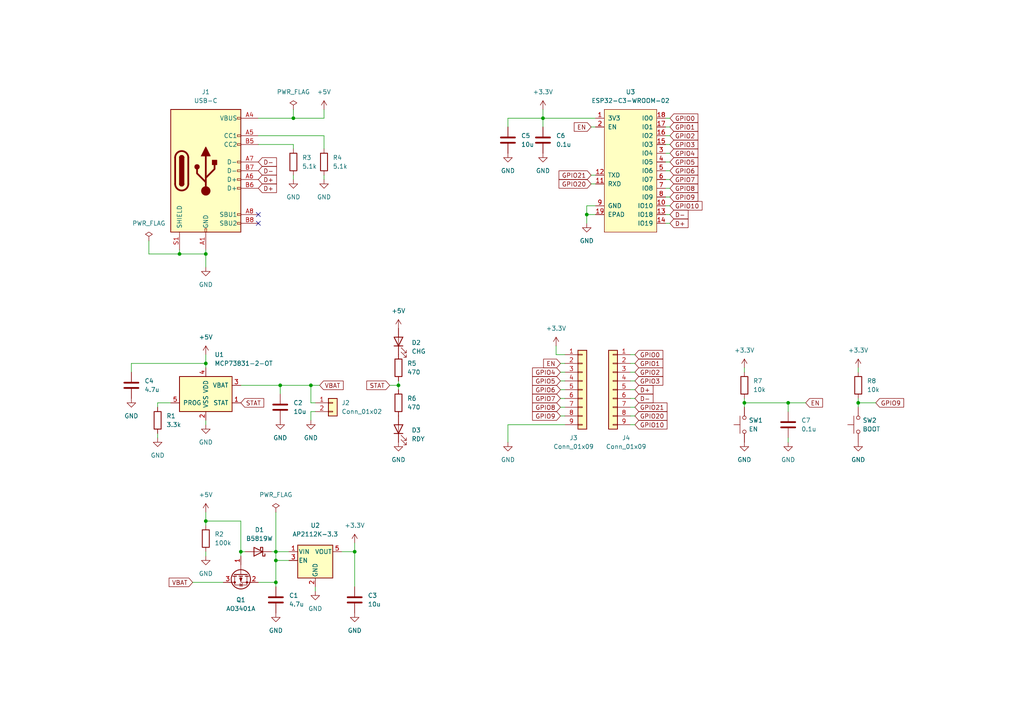
<source format=kicad_sch>
(kicad_sch (version 20211123) (generator eeschema)

  (uuid 704fa685-3c7a-47fd-a495-ac83d00a1bda)

  (paper "A4")

  (lib_symbols
    (symbol "Battery_Management:MCP73831-2-OT" (pin_names (offset 1.016)) (in_bom yes) (on_board yes)
      (property "Reference" "U" (id 0) (at -7.62 6.35 0)
        (effects (font (size 1.27 1.27)) (justify left))
      )
      (property "Value" "MCP73831-2-OT" (id 1) (at 1.27 6.35 0)
        (effects (font (size 1.27 1.27)) (justify left))
      )
      (property "Footprint" "Package_TO_SOT_SMD:SOT-23-5" (id 2) (at 1.27 -6.35 0)
        (effects (font (size 1.27 1.27) italic) (justify left) hide)
      )
      (property "Datasheet" "http://ww1.microchip.com/downloads/en/DeviceDoc/20001984g.pdf" (id 3) (at -3.81 -1.27 0)
        (effects (font (size 1.27 1.27)) hide)
      )
      (property "ki_keywords" "battery charger lithium" (id 4) (at 0 0 0)
        (effects (font (size 1.27 1.27)) hide)
      )
      (property "ki_description" "Single cell, Li-Ion/Li-Po charge management controller, 4.20V, Tri-State Status Output, in SOT23-5 package" (id 5) (at 0 0 0)
        (effects (font (size 1.27 1.27)) hide)
      )
      (property "ki_fp_filters" "SOT?23*" (id 6) (at 0 0 0)
        (effects (font (size 1.27 1.27)) hide)
      )
      (symbol "MCP73831-2-OT_0_1"
        (rectangle (start -7.62 5.08) (end 7.62 -5.08)
          (stroke (width 0.254) (type default) (color 0 0 0 0))
          (fill (type background))
        )
      )
      (symbol "MCP73831-2-OT_1_1"
        (pin output line (at 10.16 -2.54 180) (length 2.54)
          (name "STAT" (effects (font (size 1.27 1.27))))
          (number "1" (effects (font (size 1.27 1.27))))
        )
        (pin power_in line (at 0 -7.62 90) (length 2.54)
          (name "VSS" (effects (font (size 1.27 1.27))))
          (number "2" (effects (font (size 1.27 1.27))))
        )
        (pin power_out line (at 10.16 2.54 180) (length 2.54)
          (name "VBAT" (effects (font (size 1.27 1.27))))
          (number "3" (effects (font (size 1.27 1.27))))
        )
        (pin power_in line (at 0 7.62 270) (length 2.54)
          (name "VDD" (effects (font (size 1.27 1.27))))
          (number "4" (effects (font (size 1.27 1.27))))
        )
        (pin input line (at -10.16 -2.54 0) (length 2.54)
          (name "PROG" (effects (font (size 1.27 1.27))))
          (number "5" (effects (font (size 1.27 1.27))))
        )
      )
    )
    (symbol "Connector:USB_C_Receptacle_USB2.0" (pin_names (offset 1.016)) (in_bom yes) (on_board yes)
      (property "Reference" "J" (id 0) (at -10.16 19.05 0)
        (effects (font (size 1.27 1.27)) (justify left))
      )
      (property "Value" "USB_C_Receptacle_USB2.0" (id 1) (at 19.05 19.05 0)
        (effects (font (size 1.27 1.27)) (justify right))
      )
      (property "Footprint" "" (id 2) (at 3.81 0 0)
        (effects (font (size 1.27 1.27)) hide)
      )
      (property "Datasheet" "https://www.usb.org/sites/default/files/documents/usb_type-c.zip" (id 3) (at 3.81 0 0)
        (effects (font (size 1.27 1.27)) hide)
      )
      (property "ki_keywords" "usb universal serial bus type-C USB2.0" (id 4) (at 0 0 0)
        (effects (font (size 1.27 1.27)) hide)
      )
      (property "ki_description" "USB 2.0-only Type-C Receptacle connector" (id 5) (at 0 0 0)
        (effects (font (size 1.27 1.27)) hide)
      )
      (property "ki_fp_filters" "USB*C*Receptacle*" (id 6) (at 0 0 0)
        (effects (font (size 1.27 1.27)) hide)
      )
      (symbol "USB_C_Receptacle_USB2.0_0_0"
        (rectangle (start -0.254 -17.78) (end 0.254 -16.764)
          (stroke (width 0) (type default) (color 0 0 0 0))
          (fill (type none))
        )
        (rectangle (start 10.16 -14.986) (end 9.144 -15.494)
          (stroke (width 0) (type default) (color 0 0 0 0))
          (fill (type none))
        )
        (rectangle (start 10.16 -12.446) (end 9.144 -12.954)
          (stroke (width 0) (type default) (color 0 0 0 0))
          (fill (type none))
        )
        (rectangle (start 10.16 -4.826) (end 9.144 -5.334)
          (stroke (width 0) (type default) (color 0 0 0 0))
          (fill (type none))
        )
        (rectangle (start 10.16 -2.286) (end 9.144 -2.794)
          (stroke (width 0) (type default) (color 0 0 0 0))
          (fill (type none))
        )
        (rectangle (start 10.16 0.254) (end 9.144 -0.254)
          (stroke (width 0) (type default) (color 0 0 0 0))
          (fill (type none))
        )
        (rectangle (start 10.16 2.794) (end 9.144 2.286)
          (stroke (width 0) (type default) (color 0 0 0 0))
          (fill (type none))
        )
        (rectangle (start 10.16 7.874) (end 9.144 7.366)
          (stroke (width 0) (type default) (color 0 0 0 0))
          (fill (type none))
        )
        (rectangle (start 10.16 10.414) (end 9.144 9.906)
          (stroke (width 0) (type default) (color 0 0 0 0))
          (fill (type none))
        )
        (rectangle (start 10.16 15.494) (end 9.144 14.986)
          (stroke (width 0) (type default) (color 0 0 0 0))
          (fill (type none))
        )
      )
      (symbol "USB_C_Receptacle_USB2.0_0_1"
        (rectangle (start -10.16 17.78) (end 10.16 -17.78)
          (stroke (width 0.254) (type default) (color 0 0 0 0))
          (fill (type background))
        )
        (arc (start -8.89 -3.81) (mid -6.985 -5.715) (end -5.08 -3.81)
          (stroke (width 0.508) (type default) (color 0 0 0 0))
          (fill (type none))
        )
        (arc (start -7.62 -3.81) (mid -6.985 -4.445) (end -6.35 -3.81)
          (stroke (width 0.254) (type default) (color 0 0 0 0))
          (fill (type none))
        )
        (arc (start -7.62 -3.81) (mid -6.985 -4.445) (end -6.35 -3.81)
          (stroke (width 0.254) (type default) (color 0 0 0 0))
          (fill (type outline))
        )
        (rectangle (start -7.62 -3.81) (end -6.35 3.81)
          (stroke (width 0.254) (type default) (color 0 0 0 0))
          (fill (type outline))
        )
        (arc (start -6.35 3.81) (mid -6.985 4.445) (end -7.62 3.81)
          (stroke (width 0.254) (type default) (color 0 0 0 0))
          (fill (type none))
        )
        (arc (start -6.35 3.81) (mid -6.985 4.445) (end -7.62 3.81)
          (stroke (width 0.254) (type default) (color 0 0 0 0))
          (fill (type outline))
        )
        (arc (start -5.08 3.81) (mid -6.985 5.715) (end -8.89 3.81)
          (stroke (width 0.508) (type default) (color 0 0 0 0))
          (fill (type none))
        )
        (circle (center -2.54 1.143) (radius 0.635)
          (stroke (width 0.254) (type default) (color 0 0 0 0))
          (fill (type outline))
        )
        (circle (center 0 -5.842) (radius 1.27)
          (stroke (width 0) (type default) (color 0 0 0 0))
          (fill (type outline))
        )
        (polyline
          (pts
            (xy -8.89 -3.81)
            (xy -8.89 3.81)
          )
          (stroke (width 0.508) (type default) (color 0 0 0 0))
          (fill (type none))
        )
        (polyline
          (pts
            (xy -5.08 3.81)
            (xy -5.08 -3.81)
          )
          (stroke (width 0.508) (type default) (color 0 0 0 0))
          (fill (type none))
        )
        (polyline
          (pts
            (xy 0 -5.842)
            (xy 0 4.318)
          )
          (stroke (width 0.508) (type default) (color 0 0 0 0))
          (fill (type none))
        )
        (polyline
          (pts
            (xy 0 -3.302)
            (xy -2.54 -0.762)
            (xy -2.54 0.508)
          )
          (stroke (width 0.508) (type default) (color 0 0 0 0))
          (fill (type none))
        )
        (polyline
          (pts
            (xy 0 -2.032)
            (xy 2.54 0.508)
            (xy 2.54 1.778)
          )
          (stroke (width 0.508) (type default) (color 0 0 0 0))
          (fill (type none))
        )
        (polyline
          (pts
            (xy -1.27 4.318)
            (xy 0 6.858)
            (xy 1.27 4.318)
            (xy -1.27 4.318)
          )
          (stroke (width 0.254) (type default) (color 0 0 0 0))
          (fill (type outline))
        )
        (rectangle (start 1.905 1.778) (end 3.175 3.048)
          (stroke (width 0.254) (type default) (color 0 0 0 0))
          (fill (type outline))
        )
      )
      (symbol "USB_C_Receptacle_USB2.0_1_1"
        (pin passive line (at 0 -22.86 90) (length 5.08)
          (name "GND" (effects (font (size 1.27 1.27))))
          (number "A1" (effects (font (size 1.27 1.27))))
        )
        (pin passive line (at 0 -22.86 90) (length 5.08) hide
          (name "GND" (effects (font (size 1.27 1.27))))
          (number "A12" (effects (font (size 1.27 1.27))))
        )
        (pin passive line (at 15.24 15.24 180) (length 5.08)
          (name "VBUS" (effects (font (size 1.27 1.27))))
          (number "A4" (effects (font (size 1.27 1.27))))
        )
        (pin bidirectional line (at 15.24 10.16 180) (length 5.08)
          (name "CC1" (effects (font (size 1.27 1.27))))
          (number "A5" (effects (font (size 1.27 1.27))))
        )
        (pin bidirectional line (at 15.24 -2.54 180) (length 5.08)
          (name "D+" (effects (font (size 1.27 1.27))))
          (number "A6" (effects (font (size 1.27 1.27))))
        )
        (pin bidirectional line (at 15.24 2.54 180) (length 5.08)
          (name "D-" (effects (font (size 1.27 1.27))))
          (number "A7" (effects (font (size 1.27 1.27))))
        )
        (pin bidirectional line (at 15.24 -12.7 180) (length 5.08)
          (name "SBU1" (effects (font (size 1.27 1.27))))
          (number "A8" (effects (font (size 1.27 1.27))))
        )
        (pin passive line (at 15.24 15.24 180) (length 5.08) hide
          (name "VBUS" (effects (font (size 1.27 1.27))))
          (number "A9" (effects (font (size 1.27 1.27))))
        )
        (pin passive line (at 0 -22.86 90) (length 5.08) hide
          (name "GND" (effects (font (size 1.27 1.27))))
          (number "B1" (effects (font (size 1.27 1.27))))
        )
        (pin passive line (at 0 -22.86 90) (length 5.08) hide
          (name "GND" (effects (font (size 1.27 1.27))))
          (number "B12" (effects (font (size 1.27 1.27))))
        )
        (pin passive line (at 15.24 15.24 180) (length 5.08) hide
          (name "VBUS" (effects (font (size 1.27 1.27))))
          (number "B4" (effects (font (size 1.27 1.27))))
        )
        (pin bidirectional line (at 15.24 7.62 180) (length 5.08)
          (name "CC2" (effects (font (size 1.27 1.27))))
          (number "B5" (effects (font (size 1.27 1.27))))
        )
        (pin bidirectional line (at 15.24 -5.08 180) (length 5.08)
          (name "D+" (effects (font (size 1.27 1.27))))
          (number "B6" (effects (font (size 1.27 1.27))))
        )
        (pin bidirectional line (at 15.24 0 180) (length 5.08)
          (name "D-" (effects (font (size 1.27 1.27))))
          (number "B7" (effects (font (size 1.27 1.27))))
        )
        (pin bidirectional line (at 15.24 -15.24 180) (length 5.08)
          (name "SBU2" (effects (font (size 1.27 1.27))))
          (number "B8" (effects (font (size 1.27 1.27))))
        )
        (pin passive line (at 15.24 15.24 180) (length 5.08) hide
          (name "VBUS" (effects (font (size 1.27 1.27))))
          (number "B9" (effects (font (size 1.27 1.27))))
        )
        (pin passive line (at -7.62 -22.86 90) (length 5.08)
          (name "SHIELD" (effects (font (size 1.27 1.27))))
          (number "S1" (effects (font (size 1.27 1.27))))
        )
      )
    )
    (symbol "Connector_Generic:Conn_01x02" (pin_names (offset 1.016) hide) (in_bom yes) (on_board yes)
      (property "Reference" "J" (id 0) (at 0 2.54 0)
        (effects (font (size 1.27 1.27)))
      )
      (property "Value" "Conn_01x02" (id 1) (at 0 -5.08 0)
        (effects (font (size 1.27 1.27)))
      )
      (property "Footprint" "" (id 2) (at 0 0 0)
        (effects (font (size 1.27 1.27)) hide)
      )
      (property "Datasheet" "~" (id 3) (at 0 0 0)
        (effects (font (size 1.27 1.27)) hide)
      )
      (property "ki_keywords" "connector" (id 4) (at 0 0 0)
        (effects (font (size 1.27 1.27)) hide)
      )
      (property "ki_description" "Generic connector, single row, 01x02, script generated (kicad-library-utils/schlib/autogen/connector/)" (id 5) (at 0 0 0)
        (effects (font (size 1.27 1.27)) hide)
      )
      (property "ki_fp_filters" "Connector*:*_1x??_*" (id 6) (at 0 0 0)
        (effects (font (size 1.27 1.27)) hide)
      )
      (symbol "Conn_01x02_1_1"
        (rectangle (start -1.27 -2.413) (end 0 -2.667)
          (stroke (width 0.1524) (type default) (color 0 0 0 0))
          (fill (type none))
        )
        (rectangle (start -1.27 0.127) (end 0 -0.127)
          (stroke (width 0.1524) (type default) (color 0 0 0 0))
          (fill (type none))
        )
        (rectangle (start -1.27 1.27) (end 1.27 -3.81)
          (stroke (width 0.254) (type default) (color 0 0 0 0))
          (fill (type background))
        )
        (pin passive line (at -5.08 0 0) (length 3.81)
          (name "Pin_1" (effects (font (size 1.27 1.27))))
          (number "1" (effects (font (size 1.27 1.27))))
        )
        (pin passive line (at -5.08 -2.54 0) (length 3.81)
          (name "Pin_2" (effects (font (size 1.27 1.27))))
          (number "2" (effects (font (size 1.27 1.27))))
        )
      )
    )
    (symbol "Connector_Generic:Conn_01x09" (pin_names (offset 1.016) hide) (in_bom yes) (on_board yes)
      (property "Reference" "J" (id 0) (at 0 12.7 0)
        (effects (font (size 1.27 1.27)))
      )
      (property "Value" "Conn_01x09" (id 1) (at 0 -12.7 0)
        (effects (font (size 1.27 1.27)))
      )
      (property "Footprint" "" (id 2) (at 0 0 0)
        (effects (font (size 1.27 1.27)) hide)
      )
      (property "Datasheet" "~" (id 3) (at 0 0 0)
        (effects (font (size 1.27 1.27)) hide)
      )
      (property "ki_keywords" "connector" (id 4) (at 0 0 0)
        (effects (font (size 1.27 1.27)) hide)
      )
      (property "ki_description" "Generic connector, single row, 01x09, script generated (kicad-library-utils/schlib/autogen/connector/)" (id 5) (at 0 0 0)
        (effects (font (size 1.27 1.27)) hide)
      )
      (property "ki_fp_filters" "Connector*:*_1x??_*" (id 6) (at 0 0 0)
        (effects (font (size 1.27 1.27)) hide)
      )
      (symbol "Conn_01x09_1_1"
        (rectangle (start -1.27 -10.033) (end 0 -10.287)
          (stroke (width 0.1524) (type default) (color 0 0 0 0))
          (fill (type none))
        )
        (rectangle (start -1.27 -7.493) (end 0 -7.747)
          (stroke (width 0.1524) (type default) (color 0 0 0 0))
          (fill (type none))
        )
        (rectangle (start -1.27 -4.953) (end 0 -5.207)
          (stroke (width 0.1524) (type default) (color 0 0 0 0))
          (fill (type none))
        )
        (rectangle (start -1.27 -2.413) (end 0 -2.667)
          (stroke (width 0.1524) (type default) (color 0 0 0 0))
          (fill (type none))
        )
        (rectangle (start -1.27 0.127) (end 0 -0.127)
          (stroke (width 0.1524) (type default) (color 0 0 0 0))
          (fill (type none))
        )
        (rectangle (start -1.27 2.667) (end 0 2.413)
          (stroke (width 0.1524) (type default) (color 0 0 0 0))
          (fill (type none))
        )
        (rectangle (start -1.27 5.207) (end 0 4.953)
          (stroke (width 0.1524) (type default) (color 0 0 0 0))
          (fill (type none))
        )
        (rectangle (start -1.27 7.747) (end 0 7.493)
          (stroke (width 0.1524) (type default) (color 0 0 0 0))
          (fill (type none))
        )
        (rectangle (start -1.27 10.287) (end 0 10.033)
          (stroke (width 0.1524) (type default) (color 0 0 0 0))
          (fill (type none))
        )
        (rectangle (start -1.27 11.43) (end 1.27 -11.43)
          (stroke (width 0.254) (type default) (color 0 0 0 0))
          (fill (type background))
        )
        (pin passive line (at -5.08 10.16 0) (length 3.81)
          (name "Pin_1" (effects (font (size 1.27 1.27))))
          (number "1" (effects (font (size 1.27 1.27))))
        )
        (pin passive line (at -5.08 7.62 0) (length 3.81)
          (name "Pin_2" (effects (font (size 1.27 1.27))))
          (number "2" (effects (font (size 1.27 1.27))))
        )
        (pin passive line (at -5.08 5.08 0) (length 3.81)
          (name "Pin_3" (effects (font (size 1.27 1.27))))
          (number "3" (effects (font (size 1.27 1.27))))
        )
        (pin passive line (at -5.08 2.54 0) (length 3.81)
          (name "Pin_4" (effects (font (size 1.27 1.27))))
          (number "4" (effects (font (size 1.27 1.27))))
        )
        (pin passive line (at -5.08 0 0) (length 3.81)
          (name "Pin_5" (effects (font (size 1.27 1.27))))
          (number "5" (effects (font (size 1.27 1.27))))
        )
        (pin passive line (at -5.08 -2.54 0) (length 3.81)
          (name "Pin_6" (effects (font (size 1.27 1.27))))
          (number "6" (effects (font (size 1.27 1.27))))
        )
        (pin passive line (at -5.08 -5.08 0) (length 3.81)
          (name "Pin_7" (effects (font (size 1.27 1.27))))
          (number "7" (effects (font (size 1.27 1.27))))
        )
        (pin passive line (at -5.08 -7.62 0) (length 3.81)
          (name "Pin_8" (effects (font (size 1.27 1.27))))
          (number "8" (effects (font (size 1.27 1.27))))
        )
        (pin passive line (at -5.08 -10.16 0) (length 3.81)
          (name "Pin_9" (effects (font (size 1.27 1.27))))
          (number "9" (effects (font (size 1.27 1.27))))
        )
      )
    )
    (symbol "Device:C" (pin_numbers hide) (pin_names (offset 0.254)) (in_bom yes) (on_board yes)
      (property "Reference" "C" (id 0) (at 0.635 2.54 0)
        (effects (font (size 1.27 1.27)) (justify left))
      )
      (property "Value" "C" (id 1) (at 0.635 -2.54 0)
        (effects (font (size 1.27 1.27)) (justify left))
      )
      (property "Footprint" "" (id 2) (at 0.9652 -3.81 0)
        (effects (font (size 1.27 1.27)) hide)
      )
      (property "Datasheet" "~" (id 3) (at 0 0 0)
        (effects (font (size 1.27 1.27)) hide)
      )
      (property "ki_keywords" "cap capacitor" (id 4) (at 0 0 0)
        (effects (font (size 1.27 1.27)) hide)
      )
      (property "ki_description" "Unpolarized capacitor" (id 5) (at 0 0 0)
        (effects (font (size 1.27 1.27)) hide)
      )
      (property "ki_fp_filters" "C_*" (id 6) (at 0 0 0)
        (effects (font (size 1.27 1.27)) hide)
      )
      (symbol "C_0_1"
        (polyline
          (pts
            (xy -2.032 -0.762)
            (xy 2.032 -0.762)
          )
          (stroke (width 0.508) (type default) (color 0 0 0 0))
          (fill (type none))
        )
        (polyline
          (pts
            (xy -2.032 0.762)
            (xy 2.032 0.762)
          )
          (stroke (width 0.508) (type default) (color 0 0 0 0))
          (fill (type none))
        )
      )
      (symbol "C_1_1"
        (pin passive line (at 0 3.81 270) (length 2.794)
          (name "~" (effects (font (size 1.27 1.27))))
          (number "1" (effects (font (size 1.27 1.27))))
        )
        (pin passive line (at 0 -3.81 90) (length 2.794)
          (name "~" (effects (font (size 1.27 1.27))))
          (number "2" (effects (font (size 1.27 1.27))))
        )
      )
    )
    (symbol "Device:LED" (pin_numbers hide) (pin_names (offset 1.016) hide) (in_bom yes) (on_board yes)
      (property "Reference" "D" (id 0) (at 0 2.54 0)
        (effects (font (size 1.27 1.27)))
      )
      (property "Value" "LED" (id 1) (at 0 -2.54 0)
        (effects (font (size 1.27 1.27)))
      )
      (property "Footprint" "" (id 2) (at 0 0 0)
        (effects (font (size 1.27 1.27)) hide)
      )
      (property "Datasheet" "~" (id 3) (at 0 0 0)
        (effects (font (size 1.27 1.27)) hide)
      )
      (property "ki_keywords" "LED diode" (id 4) (at 0 0 0)
        (effects (font (size 1.27 1.27)) hide)
      )
      (property "ki_description" "Light emitting diode" (id 5) (at 0 0 0)
        (effects (font (size 1.27 1.27)) hide)
      )
      (property "ki_fp_filters" "LED* LED_SMD:* LED_THT:*" (id 6) (at 0 0 0)
        (effects (font (size 1.27 1.27)) hide)
      )
      (symbol "LED_0_1"
        (polyline
          (pts
            (xy -1.27 -1.27)
            (xy -1.27 1.27)
          )
          (stroke (width 0.254) (type default) (color 0 0 0 0))
          (fill (type none))
        )
        (polyline
          (pts
            (xy -1.27 0)
            (xy 1.27 0)
          )
          (stroke (width 0) (type default) (color 0 0 0 0))
          (fill (type none))
        )
        (polyline
          (pts
            (xy 1.27 -1.27)
            (xy 1.27 1.27)
            (xy -1.27 0)
            (xy 1.27 -1.27)
          )
          (stroke (width 0.254) (type default) (color 0 0 0 0))
          (fill (type none))
        )
        (polyline
          (pts
            (xy -3.048 -0.762)
            (xy -4.572 -2.286)
            (xy -3.81 -2.286)
            (xy -4.572 -2.286)
            (xy -4.572 -1.524)
          )
          (stroke (width 0) (type default) (color 0 0 0 0))
          (fill (type none))
        )
        (polyline
          (pts
            (xy -1.778 -0.762)
            (xy -3.302 -2.286)
            (xy -2.54 -2.286)
            (xy -3.302 -2.286)
            (xy -3.302 -1.524)
          )
          (stroke (width 0) (type default) (color 0 0 0 0))
          (fill (type none))
        )
      )
      (symbol "LED_1_1"
        (pin passive line (at -3.81 0 0) (length 2.54)
          (name "K" (effects (font (size 1.27 1.27))))
          (number "1" (effects (font (size 1.27 1.27))))
        )
        (pin passive line (at 3.81 0 180) (length 2.54)
          (name "A" (effects (font (size 1.27 1.27))))
          (number "2" (effects (font (size 1.27 1.27))))
        )
      )
    )
    (symbol "Device:Q_PMOS_GSD" (pin_names (offset 0) hide) (in_bom yes) (on_board yes)
      (property "Reference" "Q" (id 0) (at 5.08 1.27 0)
        (effects (font (size 1.27 1.27)) (justify left))
      )
      (property "Value" "Q_PMOS_GSD" (id 1) (at 5.08 -1.27 0)
        (effects (font (size 1.27 1.27)) (justify left))
      )
      (property "Footprint" "" (id 2) (at 5.08 2.54 0)
        (effects (font (size 1.27 1.27)) hide)
      )
      (property "Datasheet" "~" (id 3) (at 0 0 0)
        (effects (font (size 1.27 1.27)) hide)
      )
      (property "ki_keywords" "transistor PMOS P-MOS P-MOSFET" (id 4) (at 0 0 0)
        (effects (font (size 1.27 1.27)) hide)
      )
      (property "ki_description" "P-MOSFET transistor, gate/source/drain" (id 5) (at 0 0 0)
        (effects (font (size 1.27 1.27)) hide)
      )
      (symbol "Q_PMOS_GSD_0_1"
        (polyline
          (pts
            (xy 0.254 0)
            (xy -2.54 0)
          )
          (stroke (width 0) (type default) (color 0 0 0 0))
          (fill (type none))
        )
        (polyline
          (pts
            (xy 0.254 1.905)
            (xy 0.254 -1.905)
          )
          (stroke (width 0.254) (type default) (color 0 0 0 0))
          (fill (type none))
        )
        (polyline
          (pts
            (xy 0.762 -1.27)
            (xy 0.762 -2.286)
          )
          (stroke (width 0.254) (type default) (color 0 0 0 0))
          (fill (type none))
        )
        (polyline
          (pts
            (xy 0.762 0.508)
            (xy 0.762 -0.508)
          )
          (stroke (width 0.254) (type default) (color 0 0 0 0))
          (fill (type none))
        )
        (polyline
          (pts
            (xy 0.762 2.286)
            (xy 0.762 1.27)
          )
          (stroke (width 0.254) (type default) (color 0 0 0 0))
          (fill (type none))
        )
        (polyline
          (pts
            (xy 2.54 2.54)
            (xy 2.54 1.778)
          )
          (stroke (width 0) (type default) (color 0 0 0 0))
          (fill (type none))
        )
        (polyline
          (pts
            (xy 2.54 -2.54)
            (xy 2.54 0)
            (xy 0.762 0)
          )
          (stroke (width 0) (type default) (color 0 0 0 0))
          (fill (type none))
        )
        (polyline
          (pts
            (xy 0.762 1.778)
            (xy 3.302 1.778)
            (xy 3.302 -1.778)
            (xy 0.762 -1.778)
          )
          (stroke (width 0) (type default) (color 0 0 0 0))
          (fill (type none))
        )
        (polyline
          (pts
            (xy 2.286 0)
            (xy 1.27 0.381)
            (xy 1.27 -0.381)
            (xy 2.286 0)
          )
          (stroke (width 0) (type default) (color 0 0 0 0))
          (fill (type outline))
        )
        (polyline
          (pts
            (xy 2.794 -0.508)
            (xy 2.921 -0.381)
            (xy 3.683 -0.381)
            (xy 3.81 -0.254)
          )
          (stroke (width 0) (type default) (color 0 0 0 0))
          (fill (type none))
        )
        (polyline
          (pts
            (xy 3.302 -0.381)
            (xy 2.921 0.254)
            (xy 3.683 0.254)
            (xy 3.302 -0.381)
          )
          (stroke (width 0) (type default) (color 0 0 0 0))
          (fill (type none))
        )
        (circle (center 1.651 0) (radius 2.794)
          (stroke (width 0.254) (type default) (color 0 0 0 0))
          (fill (type none))
        )
        (circle (center 2.54 -1.778) (radius 0.254)
          (stroke (width 0) (type default) (color 0 0 0 0))
          (fill (type outline))
        )
        (circle (center 2.54 1.778) (radius 0.254)
          (stroke (width 0) (type default) (color 0 0 0 0))
          (fill (type outline))
        )
      )
      (symbol "Q_PMOS_GSD_1_1"
        (pin input line (at -5.08 0 0) (length 2.54)
          (name "G" (effects (font (size 1.27 1.27))))
          (number "1" (effects (font (size 1.27 1.27))))
        )
        (pin passive line (at 2.54 -5.08 90) (length 2.54)
          (name "S" (effects (font (size 1.27 1.27))))
          (number "2" (effects (font (size 1.27 1.27))))
        )
        (pin passive line (at 2.54 5.08 270) (length 2.54)
          (name "D" (effects (font (size 1.27 1.27))))
          (number "3" (effects (font (size 1.27 1.27))))
        )
      )
    )
    (symbol "Device:R" (pin_numbers hide) (pin_names (offset 0)) (in_bom yes) (on_board yes)
      (property "Reference" "R" (id 0) (at 2.032 0 90)
        (effects (font (size 1.27 1.27)))
      )
      (property "Value" "R" (id 1) (at 0 0 90)
        (effects (font (size 1.27 1.27)))
      )
      (property "Footprint" "" (id 2) (at -1.778 0 90)
        (effects (font (size 1.27 1.27)) hide)
      )
      (property "Datasheet" "~" (id 3) (at 0 0 0)
        (effects (font (size 1.27 1.27)) hide)
      )
      (property "ki_keywords" "R res resistor" (id 4) (at 0 0 0)
        (effects (font (size 1.27 1.27)) hide)
      )
      (property "ki_description" "Resistor" (id 5) (at 0 0 0)
        (effects (font (size 1.27 1.27)) hide)
      )
      (property "ki_fp_filters" "R_*" (id 6) (at 0 0 0)
        (effects (font (size 1.27 1.27)) hide)
      )
      (symbol "R_0_1"
        (rectangle (start -1.016 -2.54) (end 1.016 2.54)
          (stroke (width 0.254) (type default) (color 0 0 0 0))
          (fill (type none))
        )
      )
      (symbol "R_1_1"
        (pin passive line (at 0 3.81 270) (length 1.27)
          (name "~" (effects (font (size 1.27 1.27))))
          (number "1" (effects (font (size 1.27 1.27))))
        )
        (pin passive line (at 0 -3.81 90) (length 1.27)
          (name "~" (effects (font (size 1.27 1.27))))
          (number "2" (effects (font (size 1.27 1.27))))
        )
      )
    )
    (symbol "Diode:SB120" (pin_numbers hide) (pin_names (offset 1.016) hide) (in_bom yes) (on_board yes)
      (property "Reference" "D" (id 0) (at 0 2.54 0)
        (effects (font (size 1.27 1.27)))
      )
      (property "Value" "SB120" (id 1) (at 0 -2.54 0)
        (effects (font (size 1.27 1.27)))
      )
      (property "Footprint" "Diode_THT:D_DO-41_SOD81_P10.16mm_Horizontal" (id 2) (at 0 -4.445 0)
        (effects (font (size 1.27 1.27)) hide)
      )
      (property "Datasheet" "http://www.diodes.com/_files/datasheets/ds23022.pdf" (id 3) (at 0 0 0)
        (effects (font (size 1.27 1.27)) hide)
      )
      (property "ki_keywords" "diode Schottky" (id 4) (at 0 0 0)
        (effects (font (size 1.27 1.27)) hide)
      )
      (property "ki_description" "20V 1A Schottky Barrier Rectifier Diode, DO-41" (id 5) (at 0 0 0)
        (effects (font (size 1.27 1.27)) hide)
      )
      (property "ki_fp_filters" "D*DO?41*" (id 6) (at 0 0 0)
        (effects (font (size 1.27 1.27)) hide)
      )
      (symbol "SB120_0_1"
        (polyline
          (pts
            (xy 1.27 0)
            (xy -1.27 0)
          )
          (stroke (width 0) (type default) (color 0 0 0 0))
          (fill (type none))
        )
        (polyline
          (pts
            (xy 1.27 1.27)
            (xy 1.27 -1.27)
            (xy -1.27 0)
            (xy 1.27 1.27)
          )
          (stroke (width 0.254) (type default) (color 0 0 0 0))
          (fill (type none))
        )
        (polyline
          (pts
            (xy -1.905 0.635)
            (xy -1.905 1.27)
            (xy -1.27 1.27)
            (xy -1.27 -1.27)
            (xy -0.635 -1.27)
            (xy -0.635 -0.635)
          )
          (stroke (width 0.254) (type default) (color 0 0 0 0))
          (fill (type none))
        )
      )
      (symbol "SB120_1_1"
        (pin passive line (at -3.81 0 0) (length 2.54)
          (name "K" (effects (font (size 1.27 1.27))))
          (number "1" (effects (font (size 1.27 1.27))))
        )
        (pin passive line (at 3.81 0 180) (length 2.54)
          (name "A" (effects (font (size 1.27 1.27))))
          (number "2" (effects (font (size 1.27 1.27))))
        )
      )
    )
    (symbol "My_Library:ESP32-C3-WROOM-02" (pin_names (offset 1.016)) (in_bom yes) (on_board yes)
      (property "Reference" "U" (id 0) (at 0 22.86 0)
        (effects (font (size 1.27 1.27)))
      )
      (property "Value" "ESP32-C3-WROOM-02" (id 1) (at 0 20.32 0)
        (effects (font (size 1.27 1.27)))
      )
      (property "Footprint" "library:ESP32-C3-WROOM-02" (id 2) (at 0 -20.32 0)
        (effects (font (size 1.27 1.27)) hide)
      )
      (property "Datasheet" "" (id 3) (at -2.54 0 0)
        (effects (font (size 1.27 1.27)) hide)
      )
      (symbol "ESP32-C3-WROOM-02_0_1"
        (rectangle (start -7.62 17.78) (end 7.62 -17.78)
          (stroke (width 0) (type default) (color 0 0 0 0))
          (fill (type background))
        )
      )
      (symbol "ESP32-C3-WROOM-02_1_1"
        (pin power_in line (at -10.16 15.24 0) (length 2.54)
          (name "3V3" (effects (font (size 1.27 1.27))))
          (number "1" (effects (font (size 1.27 1.27))))
        )
        (pin bidirectional line (at 10.16 -10.16 180) (length 2.54)
          (name "IO10" (effects (font (size 1.27 1.27))))
          (number "10" (effects (font (size 1.27 1.27))))
        )
        (pin bidirectional line (at -10.16 -3.81 0) (length 2.54)
          (name "RXD" (effects (font (size 1.27 1.27))))
          (number "11" (effects (font (size 1.27 1.27))))
        )
        (pin bidirectional line (at -10.16 -1.27 0) (length 2.54)
          (name "TXD" (effects (font (size 1.27 1.27))))
          (number "12" (effects (font (size 1.27 1.27))))
        )
        (pin bidirectional line (at 10.16 -12.7 180) (length 2.54)
          (name "IO18" (effects (font (size 1.27 1.27))))
          (number "13" (effects (font (size 1.27 1.27))))
        )
        (pin bidirectional line (at 10.16 -15.24 180) (length 2.54)
          (name "IO19" (effects (font (size 1.27 1.27))))
          (number "14" (effects (font (size 1.27 1.27))))
        )
        (pin bidirectional line (at 10.16 7.62 180) (length 2.54)
          (name "IO3" (effects (font (size 1.27 1.27))))
          (number "15" (effects (font (size 1.27 1.27))))
        )
        (pin bidirectional line (at 10.16 10.16 180) (length 2.54)
          (name "IO2" (effects (font (size 1.27 1.27))))
          (number "16" (effects (font (size 1.27 1.27))))
        )
        (pin bidirectional line (at 10.16 12.7 180) (length 2.54)
          (name "IO1" (effects (font (size 1.27 1.27))))
          (number "17" (effects (font (size 1.27 1.27))))
        )
        (pin bidirectional line (at 10.16 15.24 180) (length 2.54)
          (name "IO0" (effects (font (size 1.27 1.27))))
          (number "18" (effects (font (size 1.27 1.27))))
        )
        (pin power_in line (at -10.16 -12.7 0) (length 2.54)
          (name "EPAD" (effects (font (size 1.27 1.27))))
          (number "19" (effects (font (size 1.27 1.27))))
        )
        (pin input line (at -10.16 12.7 0) (length 2.54)
          (name "EN" (effects (font (size 1.27 1.27))))
          (number "2" (effects (font (size 1.27 1.27))))
        )
        (pin bidirectional line (at 10.16 5.08 180) (length 2.54)
          (name "IO4" (effects (font (size 1.27 1.27))))
          (number "3" (effects (font (size 1.27 1.27))))
        )
        (pin bidirectional line (at 10.16 2.54 180) (length 2.54)
          (name "IO5" (effects (font (size 1.27 1.27))))
          (number "4" (effects (font (size 1.27 1.27))))
        )
        (pin bidirectional line (at 10.16 0 180) (length 2.54)
          (name "IO6" (effects (font (size 1.27 1.27))))
          (number "5" (effects (font (size 1.27 1.27))))
        )
        (pin bidirectional line (at 10.16 -2.54 180) (length 2.54)
          (name "IO7" (effects (font (size 1.27 1.27))))
          (number "6" (effects (font (size 1.27 1.27))))
        )
        (pin bidirectional line (at 10.16 -5.08 180) (length 2.54)
          (name "IO8" (effects (font (size 1.27 1.27))))
          (number "7" (effects (font (size 1.27 1.27))))
        )
        (pin bidirectional line (at 10.16 -7.62 180) (length 2.54)
          (name "IO9" (effects (font (size 1.27 1.27))))
          (number "8" (effects (font (size 1.27 1.27))))
        )
        (pin power_in line (at -10.16 -10.16 0) (length 2.54)
          (name "GND" (effects (font (size 1.27 1.27))))
          (number "9" (effects (font (size 1.27 1.27))))
        )
      )
    )
    (symbol "Regulator_Linear:AP2112K-3.3" (pin_names (offset 0.254)) (in_bom yes) (on_board yes)
      (property "Reference" "U" (id 0) (at -5.08 5.715 0)
        (effects (font (size 1.27 1.27)) (justify left))
      )
      (property "Value" "AP2112K-3.3" (id 1) (at 0 5.715 0)
        (effects (font (size 1.27 1.27)) (justify left))
      )
      (property "Footprint" "Package_TO_SOT_SMD:SOT-23-5" (id 2) (at 0 8.255 0)
        (effects (font (size 1.27 1.27)) hide)
      )
      (property "Datasheet" "https://www.diodes.com/assets/Datasheets/AP2112.pdf" (id 3) (at 0 2.54 0)
        (effects (font (size 1.27 1.27)) hide)
      )
      (property "ki_keywords" "linear regulator ldo fixed positive" (id 4) (at 0 0 0)
        (effects (font (size 1.27 1.27)) hide)
      )
      (property "ki_description" "600mA low dropout linear regulator, with enable pin, 3.8V-6V input voltage range, 3.3V fixed positive output, SOT-23-5" (id 5) (at 0 0 0)
        (effects (font (size 1.27 1.27)) hide)
      )
      (property "ki_fp_filters" "SOT?23?5*" (id 6) (at 0 0 0)
        (effects (font (size 1.27 1.27)) hide)
      )
      (symbol "AP2112K-3.3_0_1"
        (rectangle (start -5.08 4.445) (end 5.08 -5.08)
          (stroke (width 0.254) (type default) (color 0 0 0 0))
          (fill (type background))
        )
      )
      (symbol "AP2112K-3.3_1_1"
        (pin power_in line (at -7.62 2.54 0) (length 2.54)
          (name "VIN" (effects (font (size 1.27 1.27))))
          (number "1" (effects (font (size 1.27 1.27))))
        )
        (pin power_in line (at 0 -7.62 90) (length 2.54)
          (name "GND" (effects (font (size 1.27 1.27))))
          (number "2" (effects (font (size 1.27 1.27))))
        )
        (pin input line (at -7.62 0 0) (length 2.54)
          (name "EN" (effects (font (size 1.27 1.27))))
          (number "3" (effects (font (size 1.27 1.27))))
        )
        (pin no_connect line (at 5.08 0 180) (length 2.54) hide
          (name "NC" (effects (font (size 1.27 1.27))))
          (number "4" (effects (font (size 1.27 1.27))))
        )
        (pin power_out line (at 7.62 2.54 180) (length 2.54)
          (name "VOUT" (effects (font (size 1.27 1.27))))
          (number "5" (effects (font (size 1.27 1.27))))
        )
      )
    )
    (symbol "Switch:SW_Push" (pin_numbers hide) (pin_names (offset 1.016) hide) (in_bom yes) (on_board yes)
      (property "Reference" "SW" (id 0) (at 1.27 2.54 0)
        (effects (font (size 1.27 1.27)) (justify left))
      )
      (property "Value" "SW_Push" (id 1) (at 0 -1.524 0)
        (effects (font (size 1.27 1.27)))
      )
      (property "Footprint" "" (id 2) (at 0 5.08 0)
        (effects (font (size 1.27 1.27)) hide)
      )
      (property "Datasheet" "~" (id 3) (at 0 5.08 0)
        (effects (font (size 1.27 1.27)) hide)
      )
      (property "ki_keywords" "switch normally-open pushbutton push-button" (id 4) (at 0 0 0)
        (effects (font (size 1.27 1.27)) hide)
      )
      (property "ki_description" "Push button switch, generic, two pins" (id 5) (at 0 0 0)
        (effects (font (size 1.27 1.27)) hide)
      )
      (symbol "SW_Push_0_1"
        (circle (center -2.032 0) (radius 0.508)
          (stroke (width 0) (type default) (color 0 0 0 0))
          (fill (type none))
        )
        (polyline
          (pts
            (xy 0 1.27)
            (xy 0 3.048)
          )
          (stroke (width 0) (type default) (color 0 0 0 0))
          (fill (type none))
        )
        (polyline
          (pts
            (xy 2.54 1.27)
            (xy -2.54 1.27)
          )
          (stroke (width 0) (type default) (color 0 0 0 0))
          (fill (type none))
        )
        (circle (center 2.032 0) (radius 0.508)
          (stroke (width 0) (type default) (color 0 0 0 0))
          (fill (type none))
        )
        (pin passive line (at -5.08 0 0) (length 2.54)
          (name "1" (effects (font (size 1.27 1.27))))
          (number "1" (effects (font (size 1.27 1.27))))
        )
        (pin passive line (at 5.08 0 180) (length 2.54)
          (name "2" (effects (font (size 1.27 1.27))))
          (number "2" (effects (font (size 1.27 1.27))))
        )
      )
    )
    (symbol "power:+3.3V" (power) (pin_names (offset 0)) (in_bom yes) (on_board yes)
      (property "Reference" "#PWR" (id 0) (at 0 -3.81 0)
        (effects (font (size 1.27 1.27)) hide)
      )
      (property "Value" "+3.3V" (id 1) (at 0 3.556 0)
        (effects (font (size 1.27 1.27)))
      )
      (property "Footprint" "" (id 2) (at 0 0 0)
        (effects (font (size 1.27 1.27)) hide)
      )
      (property "Datasheet" "" (id 3) (at 0 0 0)
        (effects (font (size 1.27 1.27)) hide)
      )
      (property "ki_keywords" "power-flag" (id 4) (at 0 0 0)
        (effects (font (size 1.27 1.27)) hide)
      )
      (property "ki_description" "Power symbol creates a global label with name \"+3.3V\"" (id 5) (at 0 0 0)
        (effects (font (size 1.27 1.27)) hide)
      )
      (symbol "+3.3V_0_1"
        (polyline
          (pts
            (xy -0.762 1.27)
            (xy 0 2.54)
          )
          (stroke (width 0) (type default) (color 0 0 0 0))
          (fill (type none))
        )
        (polyline
          (pts
            (xy 0 0)
            (xy 0 2.54)
          )
          (stroke (width 0) (type default) (color 0 0 0 0))
          (fill (type none))
        )
        (polyline
          (pts
            (xy 0 2.54)
            (xy 0.762 1.27)
          )
          (stroke (width 0) (type default) (color 0 0 0 0))
          (fill (type none))
        )
      )
      (symbol "+3.3V_1_1"
        (pin power_in line (at 0 0 90) (length 0) hide
          (name "+3.3V" (effects (font (size 1.27 1.27))))
          (number "1" (effects (font (size 1.27 1.27))))
        )
      )
    )
    (symbol "power:+5V" (power) (pin_names (offset 0)) (in_bom yes) (on_board yes)
      (property "Reference" "#PWR" (id 0) (at 0 -3.81 0)
        (effects (font (size 1.27 1.27)) hide)
      )
      (property "Value" "+5V" (id 1) (at 0 3.556 0)
        (effects (font (size 1.27 1.27)))
      )
      (property "Footprint" "" (id 2) (at 0 0 0)
        (effects (font (size 1.27 1.27)) hide)
      )
      (property "Datasheet" "" (id 3) (at 0 0 0)
        (effects (font (size 1.27 1.27)) hide)
      )
      (property "ki_keywords" "power-flag" (id 4) (at 0 0 0)
        (effects (font (size 1.27 1.27)) hide)
      )
      (property "ki_description" "Power symbol creates a global label with name \"+5V\"" (id 5) (at 0 0 0)
        (effects (font (size 1.27 1.27)) hide)
      )
      (symbol "+5V_0_1"
        (polyline
          (pts
            (xy -0.762 1.27)
            (xy 0 2.54)
          )
          (stroke (width 0) (type default) (color 0 0 0 0))
          (fill (type none))
        )
        (polyline
          (pts
            (xy 0 0)
            (xy 0 2.54)
          )
          (stroke (width 0) (type default) (color 0 0 0 0))
          (fill (type none))
        )
        (polyline
          (pts
            (xy 0 2.54)
            (xy 0.762 1.27)
          )
          (stroke (width 0) (type default) (color 0 0 0 0))
          (fill (type none))
        )
      )
      (symbol "+5V_1_1"
        (pin power_in line (at 0 0 90) (length 0) hide
          (name "+5V" (effects (font (size 1.27 1.27))))
          (number "1" (effects (font (size 1.27 1.27))))
        )
      )
    )
    (symbol "power:GND" (power) (pin_names (offset 0)) (in_bom yes) (on_board yes)
      (property "Reference" "#PWR" (id 0) (at 0 -6.35 0)
        (effects (font (size 1.27 1.27)) hide)
      )
      (property "Value" "GND" (id 1) (at 0 -3.81 0)
        (effects (font (size 1.27 1.27)))
      )
      (property "Footprint" "" (id 2) (at 0 0 0)
        (effects (font (size 1.27 1.27)) hide)
      )
      (property "Datasheet" "" (id 3) (at 0 0 0)
        (effects (font (size 1.27 1.27)) hide)
      )
      (property "ki_keywords" "power-flag" (id 4) (at 0 0 0)
        (effects (font (size 1.27 1.27)) hide)
      )
      (property "ki_description" "Power symbol creates a global label with name \"GND\" , ground" (id 5) (at 0 0 0)
        (effects (font (size 1.27 1.27)) hide)
      )
      (symbol "GND_0_1"
        (polyline
          (pts
            (xy 0 0)
            (xy 0 -1.27)
            (xy 1.27 -1.27)
            (xy 0 -2.54)
            (xy -1.27 -1.27)
            (xy 0 -1.27)
          )
          (stroke (width 0) (type default) (color 0 0 0 0))
          (fill (type none))
        )
      )
      (symbol "GND_1_1"
        (pin power_in line (at 0 0 270) (length 0) hide
          (name "GND" (effects (font (size 1.27 1.27))))
          (number "1" (effects (font (size 1.27 1.27))))
        )
      )
    )
    (symbol "power:PWR_FLAG" (power) (pin_numbers hide) (pin_names (offset 0) hide) (in_bom yes) (on_board yes)
      (property "Reference" "#FLG" (id 0) (at 0 1.905 0)
        (effects (font (size 1.27 1.27)) hide)
      )
      (property "Value" "PWR_FLAG" (id 1) (at 0 3.81 0)
        (effects (font (size 1.27 1.27)))
      )
      (property "Footprint" "" (id 2) (at 0 0 0)
        (effects (font (size 1.27 1.27)) hide)
      )
      (property "Datasheet" "~" (id 3) (at 0 0 0)
        (effects (font (size 1.27 1.27)) hide)
      )
      (property "ki_keywords" "power-flag" (id 4) (at 0 0 0)
        (effects (font (size 1.27 1.27)) hide)
      )
      (property "ki_description" "Special symbol for telling ERC where power comes from" (id 5) (at 0 0 0)
        (effects (font (size 1.27 1.27)) hide)
      )
      (symbol "PWR_FLAG_0_0"
        (pin power_out line (at 0 0 90) (length 0)
          (name "pwr" (effects (font (size 1.27 1.27))))
          (number "1" (effects (font (size 1.27 1.27))))
        )
      )
      (symbol "PWR_FLAG_0_1"
        (polyline
          (pts
            (xy 0 0)
            (xy 0 1.27)
            (xy -1.016 1.905)
            (xy 0 2.54)
            (xy 1.016 1.905)
            (xy 0 1.27)
          )
          (stroke (width 0) (type default) (color 0 0 0 0))
          (fill (type none))
        )
      )
    )
  )

  (junction (at 69.85 160.02) (diameter 0) (color 0 0 0 0)
    (uuid 0166aef4-f490-432e-a568-54005a55c7d3)
  )
  (junction (at 228.6 116.84) (diameter 0) (color 0 0 0 0)
    (uuid 08384eeb-f151-4295-b1a2-f845e9587f53)
  )
  (junction (at 59.69 105.41) (diameter 0) (color 0 0 0 0)
    (uuid 0dc45b69-4a3d-4d1e-af35-df5a1208a410)
  )
  (junction (at 248.92 116.84) (diameter 0) (color 0 0 0 0)
    (uuid 180337e3-a692-472a-9646-2aa97b50910c)
  )
  (junction (at 85.09 34.29) (diameter 0) (color 0 0 0 0)
    (uuid 32f4d3a0-2d78-4dd2-acff-520dda7357f6)
  )
  (junction (at 170.18 62.23) (diameter 0) (color 0 0 0 0)
    (uuid 57792174-c612-4300-a60d-cb9e3f86d609)
  )
  (junction (at 102.87 160.02) (diameter 0) (color 0 0 0 0)
    (uuid 6871c652-a673-4baa-940d-a78c900d4768)
  )
  (junction (at 80.01 168.91) (diameter 0) (color 0 0 0 0)
    (uuid 7b68be1d-b002-4d84-a95f-89cf0099f37a)
  )
  (junction (at 157.48 34.29) (diameter 0) (color 0 0 0 0)
    (uuid 990e30b0-8bb2-4981-8493-8e0afd58c8a8)
  )
  (junction (at 80.01 162.56) (diameter 0) (color 0 0 0 0)
    (uuid 9afad0c0-9501-4f22-ba7c-c83f41e65fc2)
  )
  (junction (at 81.28 111.76) (diameter 0) (color 0 0 0 0)
    (uuid aabe7971-3111-4a42-a033-644b9788ad60)
  )
  (junction (at 52.07 73.66) (diameter 0) (color 0 0 0 0)
    (uuid aee15257-bba9-4c13-bd24-08099a9c502f)
  )
  (junction (at 59.69 73.66) (diameter 0) (color 0 0 0 0)
    (uuid b803d738-2056-457e-88b9-074aa9333e3e)
  )
  (junction (at 59.69 151.13) (diameter 0) (color 0 0 0 0)
    (uuid c0404076-a602-4f88-be73-e6a00ff4c8dd)
  )
  (junction (at 115.57 111.76) (diameter 0) (color 0 0 0 0)
    (uuid c0716fbc-1a8b-4044-a985-fa35a9f81ec8)
  )
  (junction (at 80.01 160.02) (diameter 0) (color 0 0 0 0)
    (uuid de694fa5-1220-41b9-b1dc-c9cc896d9a9b)
  )
  (junction (at 90.17 111.76) (diameter 0) (color 0 0 0 0)
    (uuid f9a78f55-83bf-4d1c-a3f7-55d385e66147)
  )
  (junction (at 215.9 116.84) (diameter 0) (color 0 0 0 0)
    (uuid fd4c1086-1a0b-4b26-8032-c93b47453246)
  )

  (no_connect (at 74.93 62.23) (uuid 7ba9eb0d-c064-4362-86b1-64592050b40c))
  (no_connect (at 74.93 64.77) (uuid dbb51e8f-255d-4075-adab-d6a2585eba98))

  (wire (pts (xy 194.31 49.53) (xy 193.04 49.53))
    (stroke (width 0) (type default) (color 0 0 0 0))
    (uuid 06bd2206-141a-467a-aa93-54053a1b55b4)
  )
  (wire (pts (xy 90.17 111.76) (xy 92.71 111.76))
    (stroke (width 0) (type default) (color 0 0 0 0))
    (uuid 07f06cd8-18d3-4ba3-bb05-1e4101668a82)
  )
  (wire (pts (xy 43.18 69.85) (xy 43.18 73.66))
    (stroke (width 0) (type default) (color 0 0 0 0))
    (uuid 0b485400-6f63-45cc-890f-fab9b4c13234)
  )
  (wire (pts (xy 45.72 116.84) (xy 49.53 116.84))
    (stroke (width 0) (type default) (color 0 0 0 0))
    (uuid 0cb8e508-85c5-4963-b6cf-de04c57ef3d4)
  )
  (wire (pts (xy 90.17 116.84) (xy 90.17 111.76))
    (stroke (width 0) (type default) (color 0 0 0 0))
    (uuid 1110289a-4d9a-4938-9cc7-829302ff0ff6)
  )
  (wire (pts (xy 157.48 34.29) (xy 157.48 36.83))
    (stroke (width 0) (type default) (color 0 0 0 0))
    (uuid 11ff29e6-ff4b-4daa-9841-99ab3d51c5b0)
  )
  (wire (pts (xy 157.48 34.29) (xy 172.72 34.29))
    (stroke (width 0) (type default) (color 0 0 0 0))
    (uuid 140b8896-7ea9-46ef-af4c-26b90bf5de3d)
  )
  (wire (pts (xy 55.88 168.91) (xy 64.77 168.91))
    (stroke (width 0) (type default) (color 0 0 0 0))
    (uuid 1442e1c4-0923-4c88-8d30-2f784d9c70f9)
  )
  (wire (pts (xy 59.69 151.13) (xy 59.69 152.4))
    (stroke (width 0) (type default) (color 0 0 0 0))
    (uuid 14acd856-dd0f-4727-957f-ad2f10c9f3c4)
  )
  (wire (pts (xy 147.32 123.19) (xy 147.32 128.27))
    (stroke (width 0) (type default) (color 0 0 0 0))
    (uuid 14e75af1-7aaa-4a1f-890c-3b300d47e042)
  )
  (wire (pts (xy 80.01 162.56) (xy 83.82 162.56))
    (stroke (width 0) (type default) (color 0 0 0 0))
    (uuid 16cfcb59-6bc1-49b8-bf53-84abfeb3b967)
  )
  (wire (pts (xy 59.69 105.41) (xy 59.69 106.68))
    (stroke (width 0) (type default) (color 0 0 0 0))
    (uuid 183286d8-9c9d-4b16-9466-1423f72ad3ed)
  )
  (wire (pts (xy 38.1 105.41) (xy 59.69 105.41))
    (stroke (width 0) (type default) (color 0 0 0 0))
    (uuid 1b0592ef-fcff-4236-a23a-2b7f5acded37)
  )
  (wire (pts (xy 99.06 160.02) (xy 102.87 160.02))
    (stroke (width 0) (type default) (color 0 0 0 0))
    (uuid 1b30aca3-c300-4900-9b53-7b3dc56955d9)
  )
  (wire (pts (xy 78.74 160.02) (xy 80.01 160.02))
    (stroke (width 0) (type default) (color 0 0 0 0))
    (uuid 1caf4b8f-4724-4296-b2dd-489403bf4fb5)
  )
  (wire (pts (xy 74.93 34.29) (xy 85.09 34.29))
    (stroke (width 0) (type default) (color 0 0 0 0))
    (uuid 1d36c9b7-cd47-41da-8f4c-31d1b4541524)
  )
  (wire (pts (xy 172.72 36.83) (xy 171.45 36.83))
    (stroke (width 0) (type default) (color 0 0 0 0))
    (uuid 1f077719-309a-44e0-96a5-20f3de2a0170)
  )
  (wire (pts (xy 194.31 39.37) (xy 193.04 39.37))
    (stroke (width 0) (type default) (color 0 0 0 0))
    (uuid 2130cea8-77bd-443e-8253-f7220e3e9473)
  )
  (wire (pts (xy 194.31 52.07) (xy 193.04 52.07))
    (stroke (width 0) (type default) (color 0 0 0 0))
    (uuid 214eadcb-34ac-4d49-90f6-128d3e7006eb)
  )
  (wire (pts (xy 80.01 170.18) (xy 80.01 168.91))
    (stroke (width 0) (type default) (color 0 0 0 0))
    (uuid 21e2914e-0297-43c5-bc91-afc3795e6e6e)
  )
  (wire (pts (xy 162.56 120.65) (xy 163.83 120.65))
    (stroke (width 0) (type default) (color 0 0 0 0))
    (uuid 28ad22b9-50e5-4845-b09a-693f2a04337f)
  )
  (wire (pts (xy 194.31 36.83) (xy 193.04 36.83))
    (stroke (width 0) (type default) (color 0 0 0 0))
    (uuid 2a0e8ef2-9a55-4a46-a4c8-424c3f3f9c6c)
  )
  (wire (pts (xy 80.01 160.02) (xy 83.82 160.02))
    (stroke (width 0) (type default) (color 0 0 0 0))
    (uuid 2ae874f7-697c-488a-b8f0-43c66a05efab)
  )
  (wire (pts (xy 81.28 111.76) (xy 90.17 111.76))
    (stroke (width 0) (type default) (color 0 0 0 0))
    (uuid 2b34df3c-ef30-4040-a111-48b4b1fc94f7)
  )
  (wire (pts (xy 93.98 31.75) (xy 93.98 34.29))
    (stroke (width 0) (type default) (color 0 0 0 0))
    (uuid 2deaccec-0e11-4d8a-95f6-39ab8fe0225c)
  )
  (wire (pts (xy 85.09 41.91) (xy 85.09 43.18))
    (stroke (width 0) (type default) (color 0 0 0 0))
    (uuid 2eccfb03-6cce-46df-82be-76ee055d4dfe)
  )
  (wire (pts (xy 248.92 106.68) (xy 248.92 107.95))
    (stroke (width 0) (type default) (color 0 0 0 0))
    (uuid 329a8187-9c40-4e8c-9e1c-b2b2cea566fc)
  )
  (wire (pts (xy 194.31 54.61) (xy 193.04 54.61))
    (stroke (width 0) (type default) (color 0 0 0 0))
    (uuid 330601ff-fc09-45eb-b721-6f5481e0d1a4)
  )
  (wire (pts (xy 80.01 160.02) (xy 80.01 162.56))
    (stroke (width 0) (type default) (color 0 0 0 0))
    (uuid 334e98f0-7094-4b09-9f12-c84be8e395b6)
  )
  (wire (pts (xy 80.01 148.59) (xy 80.01 160.02))
    (stroke (width 0) (type default) (color 0 0 0 0))
    (uuid 33eab35b-fd42-4cc2-9694-5f0d89151c12)
  )
  (wire (pts (xy 45.72 127) (xy 45.72 125.73))
    (stroke (width 0) (type default) (color 0 0 0 0))
    (uuid 362af4ee-4fce-45b6-b0dd-f1cf77254a60)
  )
  (wire (pts (xy 194.31 62.23) (xy 193.04 62.23))
    (stroke (width 0) (type default) (color 0 0 0 0))
    (uuid 3a6df269-2cc7-430e-b2bd-02985595ddb2)
  )
  (wire (pts (xy 172.72 53.34) (xy 171.45 53.34))
    (stroke (width 0) (type default) (color 0 0 0 0))
    (uuid 3f27b896-7daa-4878-9c10-fa4eecc321c9)
  )
  (wire (pts (xy 182.88 120.65) (xy 184.15 120.65))
    (stroke (width 0) (type default) (color 0 0 0 0))
    (uuid 4049ea8c-0076-448e-a6e2-1f7909d0db27)
  )
  (wire (pts (xy 59.69 160.02) (xy 59.69 161.29))
    (stroke (width 0) (type default) (color 0 0 0 0))
    (uuid 43436437-d0c1-4f65-b165-96b521088f0f)
  )
  (wire (pts (xy 170.18 59.69) (xy 170.18 62.23))
    (stroke (width 0) (type default) (color 0 0 0 0))
    (uuid 43d6caa2-1cc8-4722-a6c9-4b6bd8ca93c1)
  )
  (wire (pts (xy 170.18 62.23) (xy 172.72 62.23))
    (stroke (width 0) (type default) (color 0 0 0 0))
    (uuid 4711b5e1-d8e5-44d6-ac60-ae417ba4e221)
  )
  (wire (pts (xy 194.31 34.29) (xy 193.04 34.29))
    (stroke (width 0) (type default) (color 0 0 0 0))
    (uuid 47530a19-59c5-4958-a7f1-66715d5304fe)
  )
  (wire (pts (xy 59.69 121.92) (xy 59.69 123.19))
    (stroke (width 0) (type default) (color 0 0 0 0))
    (uuid 475b2ec8-4685-425f-b425-4c041ae14668)
  )
  (wire (pts (xy 69.85 160.02) (xy 71.12 160.02))
    (stroke (width 0) (type default) (color 0 0 0 0))
    (uuid 48482df1-90e6-4ff7-a0de-df37bdb032ad)
  )
  (wire (pts (xy 194.31 46.99) (xy 193.04 46.99))
    (stroke (width 0) (type default) (color 0 0 0 0))
    (uuid 489c05e9-5f04-458f-9531-cbe146226974)
  )
  (wire (pts (xy 182.88 123.19) (xy 184.15 123.19))
    (stroke (width 0) (type default) (color 0 0 0 0))
    (uuid 4995e9ae-0983-4789-b25d-f12dbb60c16a)
  )
  (wire (pts (xy 74.93 168.91) (xy 80.01 168.91))
    (stroke (width 0) (type default) (color 0 0 0 0))
    (uuid 49dd76c5-4a00-471f-923c-c2b55e5ae401)
  )
  (wire (pts (xy 147.32 36.83) (xy 147.32 34.29))
    (stroke (width 0) (type default) (color 0 0 0 0))
    (uuid 531645be-1b77-492a-a344-c79664c60b5a)
  )
  (wire (pts (xy 182.88 107.95) (xy 184.15 107.95))
    (stroke (width 0) (type default) (color 0 0 0 0))
    (uuid 534d7f8a-dfa2-4fab-a03b-1d16037f2e05)
  )
  (wire (pts (xy 59.69 77.47) (xy 59.69 73.66))
    (stroke (width 0) (type default) (color 0 0 0 0))
    (uuid 5d5388cb-04f8-4a32-9996-b16102a675aa)
  )
  (wire (pts (xy 43.18 73.66) (xy 52.07 73.66))
    (stroke (width 0) (type default) (color 0 0 0 0))
    (uuid 5ed23271-0e3e-469d-b712-cc2397cb90c2)
  )
  (wire (pts (xy 162.56 110.49) (xy 163.83 110.49))
    (stroke (width 0) (type default) (color 0 0 0 0))
    (uuid 5fa7fb14-69ae-47cf-9a0e-9ac59a25a9bc)
  )
  (wire (pts (xy 90.17 119.38) (xy 91.44 119.38))
    (stroke (width 0) (type default) (color 0 0 0 0))
    (uuid 61952802-7561-427d-b8e8-60a0ce808e4f)
  )
  (wire (pts (xy 93.98 50.8) (xy 93.98 52.07))
    (stroke (width 0) (type default) (color 0 0 0 0))
    (uuid 6197ad57-2767-41e5-a252-a69b87c0044d)
  )
  (wire (pts (xy 69.85 160.02) (xy 69.85 151.13))
    (stroke (width 0) (type default) (color 0 0 0 0))
    (uuid 6298fbc0-eeb9-41ad-8d2f-1199b25f1916)
  )
  (wire (pts (xy 248.92 116.84) (xy 254 116.84))
    (stroke (width 0) (type default) (color 0 0 0 0))
    (uuid 62b4db5f-194a-4bf9-bab1-ebccf59524f1)
  )
  (wire (pts (xy 81.28 111.76) (xy 81.28 114.3))
    (stroke (width 0) (type default) (color 0 0 0 0))
    (uuid 63067e44-d85b-41b8-bcd9-ae966a68522b)
  )
  (wire (pts (xy 69.85 111.76) (xy 81.28 111.76))
    (stroke (width 0) (type default) (color 0 0 0 0))
    (uuid 634e8303-6db7-415e-bb91-1bba7f07bc73)
  )
  (wire (pts (xy 52.07 72.39) (xy 52.07 73.66))
    (stroke (width 0) (type default) (color 0 0 0 0))
    (uuid 648e08b8-280d-4a34-bdfa-833c908c380f)
  )
  (wire (pts (xy 90.17 119.38) (xy 90.17 121.92))
    (stroke (width 0) (type default) (color 0 0 0 0))
    (uuid 64f602da-6390-4cbd-b053-ca98841555d2)
  )
  (wire (pts (xy 228.6 116.84) (xy 233.68 116.84))
    (stroke (width 0) (type default) (color 0 0 0 0))
    (uuid 6b77fcc5-a6a1-4668-97dc-6220859b7ad6)
  )
  (wire (pts (xy 45.72 116.84) (xy 45.72 118.11))
    (stroke (width 0) (type default) (color 0 0 0 0))
    (uuid 6c2d7596-4e46-4d8d-9792-7036565af09d)
  )
  (wire (pts (xy 194.31 41.91) (xy 193.04 41.91))
    (stroke (width 0) (type default) (color 0 0 0 0))
    (uuid 6ee1a33b-bd5a-4813-a5c2-01c19c6af5ef)
  )
  (wire (pts (xy 59.69 148.59) (xy 59.69 151.13))
    (stroke (width 0) (type default) (color 0 0 0 0))
    (uuid 6f17b1f1-edb9-467d-833e-6f405163e68e)
  )
  (wire (pts (xy 162.56 113.03) (xy 163.83 113.03))
    (stroke (width 0) (type default) (color 0 0 0 0))
    (uuid 6fb4e054-4272-48fc-b6f1-b4d68271a737)
  )
  (wire (pts (xy 91.44 116.84) (xy 90.17 116.84))
    (stroke (width 0) (type default) (color 0 0 0 0))
    (uuid 702bd03d-133f-4239-b31c-55630532852a)
  )
  (wire (pts (xy 248.92 115.57) (xy 248.92 116.84))
    (stroke (width 0) (type default) (color 0 0 0 0))
    (uuid 71e3bde5-8e27-466d-b09c-b7de9a654d25)
  )
  (wire (pts (xy 182.88 115.57) (xy 184.15 115.57))
    (stroke (width 0) (type default) (color 0 0 0 0))
    (uuid 731c812a-ead1-42da-95e3-9fbdac17d33f)
  )
  (wire (pts (xy 228.6 127) (xy 228.6 128.27))
    (stroke (width 0) (type default) (color 0 0 0 0))
    (uuid 74b2ca4b-442d-4dc0-a70d-f5e50eec4cc5)
  )
  (wire (pts (xy 194.31 44.45) (xy 193.04 44.45))
    (stroke (width 0) (type default) (color 0 0 0 0))
    (uuid 7561c934-db19-4ab7-93eb-de151c437e07)
  )
  (wire (pts (xy 115.57 110.49) (xy 115.57 111.76))
    (stroke (width 0) (type default) (color 0 0 0 0))
    (uuid 8321b437-978a-4b4c-a59e-e80dbe0772a7)
  )
  (wire (pts (xy 102.87 157.48) (xy 102.87 160.02))
    (stroke (width 0) (type default) (color 0 0 0 0))
    (uuid 8909d5b5-67f0-46aa-b1f7-afebd7dff8fc)
  )
  (wire (pts (xy 85.09 34.29) (xy 93.98 34.29))
    (stroke (width 0) (type default) (color 0 0 0 0))
    (uuid 8d0787d7-c727-46c0-9b73-6cd80d56d194)
  )
  (wire (pts (xy 215.9 116.84) (xy 228.6 116.84))
    (stroke (width 0) (type default) (color 0 0 0 0))
    (uuid 8dc222c6-b942-44b9-a10a-50ce6bd5cb60)
  )
  (wire (pts (xy 170.18 62.23) (xy 170.18 64.77))
    (stroke (width 0) (type default) (color 0 0 0 0))
    (uuid 94e25271-3e87-4d71-a6ba-714039d51ab3)
  )
  (wire (pts (xy 162.56 118.11) (xy 163.83 118.11))
    (stroke (width 0) (type default) (color 0 0 0 0))
    (uuid 956251c6-e35e-49b3-82ee-8c4b08fd410b)
  )
  (wire (pts (xy 194.31 57.15) (xy 193.04 57.15))
    (stroke (width 0) (type default) (color 0 0 0 0))
    (uuid 9735feab-212d-42fc-a97a-798a4674a663)
  )
  (wire (pts (xy 59.69 102.87) (xy 59.69 105.41))
    (stroke (width 0) (type default) (color 0 0 0 0))
    (uuid 99284c3b-c252-411a-9735-5328089f5aa2)
  )
  (wire (pts (xy 157.48 31.75) (xy 157.48 34.29))
    (stroke (width 0) (type default) (color 0 0 0 0))
    (uuid 9e316f40-7144-4875-9055-fe01c8d1b14e)
  )
  (wire (pts (xy 162.56 115.57) (xy 163.83 115.57))
    (stroke (width 0) (type default) (color 0 0 0 0))
    (uuid a2d797fc-5948-41b3-8dbf-a6d6cfbc2f08)
  )
  (wire (pts (xy 172.72 50.8) (xy 171.45 50.8))
    (stroke (width 0) (type default) (color 0 0 0 0))
    (uuid a3f941eb-a5be-40fa-bf06-2fab0860eacd)
  )
  (wire (pts (xy 162.56 105.41) (xy 163.83 105.41))
    (stroke (width 0) (type default) (color 0 0 0 0))
    (uuid a6e7f97f-84f9-4258-b46e-36e059708c2d)
  )
  (wire (pts (xy 69.85 160.02) (xy 69.85 161.29))
    (stroke (width 0) (type default) (color 0 0 0 0))
    (uuid aa9f6233-1690-44bb-b655-24786abc4bdd)
  )
  (wire (pts (xy 59.69 73.66) (xy 59.69 72.39))
    (stroke (width 0) (type default) (color 0 0 0 0))
    (uuid aab891a3-8592-487b-b0b6-ff171eb21a0f)
  )
  (wire (pts (xy 93.98 39.37) (xy 93.98 43.18))
    (stroke (width 0) (type default) (color 0 0 0 0))
    (uuid aae94622-75d3-4776-a155-342eacc79c7d)
  )
  (wire (pts (xy 161.29 102.87) (xy 161.29 100.33))
    (stroke (width 0) (type default) (color 0 0 0 0))
    (uuid acd58b39-330c-4e9c-aa6b-7ce5f95f4031)
  )
  (wire (pts (xy 182.88 113.03) (xy 184.15 113.03))
    (stroke (width 0) (type default) (color 0 0 0 0))
    (uuid aedc32b1-678b-44df-85c5-bf7141a403cf)
  )
  (wire (pts (xy 228.6 116.84) (xy 228.6 119.38))
    (stroke (width 0) (type default) (color 0 0 0 0))
    (uuid b1a8dbe3-c60a-42d8-bdd2-08549fe97eb6)
  )
  (wire (pts (xy 38.1 107.95) (xy 38.1 105.41))
    (stroke (width 0) (type default) (color 0 0 0 0))
    (uuid b3f72a93-e3dd-4f96-a943-d1def9431175)
  )
  (wire (pts (xy 113.03 111.76) (xy 115.57 111.76))
    (stroke (width 0) (type default) (color 0 0 0 0))
    (uuid ba5fa68b-ed4b-42b5-866a-ae532e796558)
  )
  (wire (pts (xy 170.18 59.69) (xy 172.72 59.69))
    (stroke (width 0) (type default) (color 0 0 0 0))
    (uuid c1439719-855b-420e-bd1a-af3f6f5b5d92)
  )
  (wire (pts (xy 215.9 116.84) (xy 215.9 118.11))
    (stroke (width 0) (type default) (color 0 0 0 0))
    (uuid c2d07067-bb15-4a4f-8516-58911cafa01b)
  )
  (wire (pts (xy 182.88 105.41) (xy 184.15 105.41))
    (stroke (width 0) (type default) (color 0 0 0 0))
    (uuid c34fde28-0596-4ab9-a351-adbcf018f4bb)
  )
  (wire (pts (xy 248.92 118.11) (xy 248.92 116.84))
    (stroke (width 0) (type default) (color 0 0 0 0))
    (uuid c3aaf4ba-dcb8-4d93-95c2-25be633d942a)
  )
  (wire (pts (xy 85.09 50.8) (xy 85.09 52.07))
    (stroke (width 0) (type default) (color 0 0 0 0))
    (uuid c5222c33-c6d6-4fe9-a522-6afb77c199b9)
  )
  (wire (pts (xy 194.31 64.77) (xy 193.04 64.77))
    (stroke (width 0) (type default) (color 0 0 0 0))
    (uuid ca199e0a-d491-4cb4-9afe-9ea46b85efb4)
  )
  (wire (pts (xy 182.88 110.49) (xy 184.15 110.49))
    (stroke (width 0) (type default) (color 0 0 0 0))
    (uuid caad3539-f9bb-4e37-a5f9-b5b3d1cc68d4)
  )
  (wire (pts (xy 85.09 31.75) (xy 85.09 34.29))
    (stroke (width 0) (type default) (color 0 0 0 0))
    (uuid cb5c7900-48ed-4528-bfea-6f6c874f0b80)
  )
  (wire (pts (xy 215.9 106.68) (xy 215.9 107.95))
    (stroke (width 0) (type default) (color 0 0 0 0))
    (uuid d36f0ec6-c8c1-458b-807a-06a7365815e3)
  )
  (wire (pts (xy 163.83 102.87) (xy 161.29 102.87))
    (stroke (width 0) (type default) (color 0 0 0 0))
    (uuid daac5b8f-1853-47d1-b545-5241bad06ee1)
  )
  (wire (pts (xy 74.93 41.91) (xy 85.09 41.91))
    (stroke (width 0) (type default) (color 0 0 0 0))
    (uuid dbdc0d6b-d15d-4209-9199-b9410ec4845e)
  )
  (wire (pts (xy 102.87 160.02) (xy 102.87 170.18))
    (stroke (width 0) (type default) (color 0 0 0 0))
    (uuid dc13313f-a620-4465-bcd9-242ba6c36014)
  )
  (wire (pts (xy 162.56 107.95) (xy 163.83 107.95))
    (stroke (width 0) (type default) (color 0 0 0 0))
    (uuid dd04e444-0c68-4884-ada1-1857ccc4875d)
  )
  (wire (pts (xy 147.32 123.19) (xy 163.83 123.19))
    (stroke (width 0) (type default) (color 0 0 0 0))
    (uuid dda7e8b5-7d1d-4491-9045-6e2595cc6900)
  )
  (wire (pts (xy 182.88 118.11) (xy 184.15 118.11))
    (stroke (width 0) (type default) (color 0 0 0 0))
    (uuid def49d53-3e49-4685-be34-32543bb919fd)
  )
  (wire (pts (xy 74.93 39.37) (xy 93.98 39.37))
    (stroke (width 0) (type default) (color 0 0 0 0))
    (uuid e61c9fee-3af2-4ad0-862e-6bde9b3dc737)
  )
  (wire (pts (xy 80.01 162.56) (xy 80.01 168.91))
    (stroke (width 0) (type default) (color 0 0 0 0))
    (uuid e7796082-30a2-4258-af09-dfd63f9071e1)
  )
  (wire (pts (xy 69.85 151.13) (xy 59.69 151.13))
    (stroke (width 0) (type default) (color 0 0 0 0))
    (uuid f17b77fc-642e-4fc5-9d24-ea6648e7c5c2)
  )
  (wire (pts (xy 215.9 115.57) (xy 215.9 116.84))
    (stroke (width 0) (type default) (color 0 0 0 0))
    (uuid f48882ea-b004-4b40-a990-80a4974b85b0)
  )
  (wire (pts (xy 91.44 170.18) (xy 91.44 171.45))
    (stroke (width 0) (type default) (color 0 0 0 0))
    (uuid f572adee-08ca-4f12-a888-067d5b26ea38)
  )
  (wire (pts (xy 194.31 59.69) (xy 193.04 59.69))
    (stroke (width 0) (type default) (color 0 0 0 0))
    (uuid f5bdeea9-56a8-4cbf-88bd-5098b750ac96)
  )
  (wire (pts (xy 147.32 34.29) (xy 157.48 34.29))
    (stroke (width 0) (type default) (color 0 0 0 0))
    (uuid f674d76d-58fa-4a3f-a064-25fe26d8efbb)
  )
  (wire (pts (xy 182.88 102.87) (xy 184.15 102.87))
    (stroke (width 0) (type default) (color 0 0 0 0))
    (uuid fd2829c9-596b-419b-9488-b60d50fa75ad)
  )
  (wire (pts (xy 52.07 73.66) (xy 59.69 73.66))
    (stroke (width 0) (type default) (color 0 0 0 0))
    (uuid ffa28686-1ad4-4dca-814c-d590d53768f3)
  )
  (wire (pts (xy 115.57 111.76) (xy 115.57 113.03))
    (stroke (width 0) (type default) (color 0 0 0 0))
    (uuid ffda059a-166e-46b2-ad8c-5d26b7f01fb0)
  )

  (global_label "GPIO9" (shape input) (at 162.56 120.65 180) (fields_autoplaced)
    (effects (font (size 1.27 1.27)) (justify right))
    (uuid 0d693b7c-2693-445b-95f7-26a8afb4dbff)
    (property "Intersheet References" "${INTERSHEET_REFS}" (id 0) (at 154.4621 120.7294 0)
      (effects (font (size 1.27 1.27)) (justify right) hide)
    )
  )
  (global_label "D+" (shape input) (at 74.93 54.61 0) (fields_autoplaced)
    (effects (font (size 1.27 1.27)) (justify left))
    (uuid 0e3a40be-57b4-411f-b36f-c693aaa6c8bb)
    (property "シート間のリファレンス" "${INTERSHEET_REFS}" (id 0) (at 80.1855 54.5306 0)
      (effects (font (size 1.27 1.27)) (justify left) hide)
    )
  )
  (global_label "GPIO9" (shape input) (at 254 116.84 0) (fields_autoplaced)
    (effects (font (size 1.27 1.27)) (justify left))
    (uuid 14763d48-0268-4935-9494-0eeafe6ce0be)
    (property "Intersheet References" "${INTERSHEET_REFS}" (id 0) (at 262.0979 116.7606 0)
      (effects (font (size 1.27 1.27)) (justify left) hide)
    )
  )
  (global_label "EN" (shape input) (at 162.56 105.41 180) (fields_autoplaced)
    (effects (font (size 1.27 1.27)) (justify right))
    (uuid 15e7e029-8a68-4be0-802f-d6b66db253ed)
    (property "Intersheet References" "${INTERSHEET_REFS}" (id 0) (at 157.6674 105.3306 0)
      (effects (font (size 1.27 1.27)) (justify right) hide)
    )
  )
  (global_label "STAT" (shape input) (at 113.03 111.76 180) (fields_autoplaced)
    (effects (font (size 1.27 1.27)) (justify right))
    (uuid 17b95233-0d32-459a-abe0-e6b111bbeebe)
    (property "シート間のリファレンス" "${INTERSHEET_REFS}" (id 0) (at 106.3836 111.6806 0)
      (effects (font (size 1.27 1.27)) (justify right) hide)
    )
  )
  (global_label "GPIO4" (shape input) (at 194.31 44.45 0) (fields_autoplaced)
    (effects (font (size 1.27 1.27)) (justify left))
    (uuid 18ae3042-718f-42ce-85de-e70b24fd9662)
    (property "Intersheet References" "${INTERSHEET_REFS}" (id 0) (at 202.4079 44.3706 0)
      (effects (font (size 1.27 1.27)) (justify left) hide)
    )
  )
  (global_label "GPIO20" (shape input) (at 171.45 53.34 180) (fields_autoplaced)
    (effects (font (size 1.27 1.27)) (justify right))
    (uuid 20e8d723-20d8-4edd-b87b-c39223f2b75e)
    (property "Intersheet References" "${INTERSHEET_REFS}" (id 0) (at 162.1426 53.4194 0)
      (effects (font (size 1.27 1.27)) (justify right) hide)
    )
  )
  (global_label "GPIO21" (shape input) (at 184.15 118.11 0) (fields_autoplaced)
    (effects (font (size 1.27 1.27)) (justify left))
    (uuid 25f59398-7643-47a9-8f7f-228b4bb7e257)
    (property "Intersheet References" "${INTERSHEET_REFS}" (id 0) (at 193.4574 118.0306 0)
      (effects (font (size 1.27 1.27)) (justify left) hide)
    )
  )
  (global_label "GPIO0" (shape input) (at 194.31 34.29 0) (fields_autoplaced)
    (effects (font (size 1.27 1.27)) (justify left))
    (uuid 29e76ca5-c3f3-4b75-96a7-c2a5fe748ace)
    (property "Intersheet References" "${INTERSHEET_REFS}" (id 0) (at 202.4079 34.3694 0)
      (effects (font (size 1.27 1.27)) (justify left) hide)
    )
  )
  (global_label "GPIO5" (shape input) (at 194.31 46.99 0) (fields_autoplaced)
    (effects (font (size 1.27 1.27)) (justify left))
    (uuid 3809d07a-07fd-4094-b2cc-201432ebda69)
    (property "Intersheet References" "${INTERSHEET_REFS}" (id 0) (at 202.4079 46.9106 0)
      (effects (font (size 1.27 1.27)) (justify left) hide)
    )
  )
  (global_label "D-" (shape input) (at 184.15 115.57 0) (fields_autoplaced)
    (effects (font (size 1.27 1.27)) (justify left))
    (uuid 48dab0f7-0ed8-48dd-b809-f1fec239add2)
    (property "Intersheet References" "${INTERSHEET_REFS}" (id 0) (at 189.4055 115.4906 0)
      (effects (font (size 1.27 1.27)) (justify left) hide)
    )
  )
  (global_label "D+" (shape input) (at 184.15 113.03 0) (fields_autoplaced)
    (effects (font (size 1.27 1.27)) (justify left))
    (uuid 4977ea9c-6911-49d8-91ae-3f85dc6949ee)
    (property "Intersheet References" "${INTERSHEET_REFS}" (id 0) (at 189.4055 112.9506 0)
      (effects (font (size 1.27 1.27)) (justify left) hide)
    )
  )
  (global_label "GPIO21" (shape input) (at 171.45 50.8 180) (fields_autoplaced)
    (effects (font (size 1.27 1.27)) (justify right))
    (uuid 4f1936c7-9297-416a-93cb-dfe6b910fe52)
    (property "Intersheet References" "${INTERSHEET_REFS}" (id 0) (at 162.1426 50.8794 0)
      (effects (font (size 1.27 1.27)) (justify right) hide)
    )
  )
  (global_label "GPIO3" (shape input) (at 184.15 110.49 0) (fields_autoplaced)
    (effects (font (size 1.27 1.27)) (justify left))
    (uuid 59a7b787-a66e-43db-9536-4126a95797da)
    (property "Intersheet References" "${INTERSHEET_REFS}" (id 0) (at 192.2479 110.4106 0)
      (effects (font (size 1.27 1.27)) (justify left) hide)
    )
  )
  (global_label "GPIO5" (shape input) (at 162.56 110.49 180) (fields_autoplaced)
    (effects (font (size 1.27 1.27)) (justify right))
    (uuid 5ad1abce-1c69-4143-82dd-c4cf67393d79)
    (property "Intersheet References" "${INTERSHEET_REFS}" (id 0) (at 154.4621 110.5694 0)
      (effects (font (size 1.27 1.27)) (justify right) hide)
    )
  )
  (global_label "D-" (shape input) (at 194.31 62.23 0) (fields_autoplaced)
    (effects (font (size 1.27 1.27)) (justify left))
    (uuid 600b5f26-9a19-4b95-81fc-3dadc515e493)
    (property "Intersheet References" "${INTERSHEET_REFS}" (id 0) (at 199.5655 62.1506 0)
      (effects (font (size 1.27 1.27)) (justify left) hide)
    )
  )
  (global_label "VBAT" (shape input) (at 55.88 168.91 180) (fields_autoplaced)
    (effects (font (size 1.27 1.27)) (justify right))
    (uuid 604c0995-8873-48db-a0fe-4741400fa167)
    (property "シート間のリファレンス" "${INTERSHEET_REFS}" (id 0) (at 49.0521 168.8306 0)
      (effects (font (size 1.27 1.27)) (justify right) hide)
    )
  )
  (global_label "GPIO8" (shape input) (at 162.56 118.11 180) (fields_autoplaced)
    (effects (font (size 1.27 1.27)) (justify right))
    (uuid 62c64685-da66-45b4-bdfe-5bd3166c1538)
    (property "Intersheet References" "${INTERSHEET_REFS}" (id 0) (at 154.4621 118.1894 0)
      (effects (font (size 1.27 1.27)) (justify right) hide)
    )
  )
  (global_label "GPIO4" (shape input) (at 162.56 107.95 180) (fields_autoplaced)
    (effects (font (size 1.27 1.27)) (justify right))
    (uuid 676bf77d-4c1d-40ac-a4b5-796eb9241d5f)
    (property "Intersheet References" "${INTERSHEET_REFS}" (id 0) (at 154.4621 108.0294 0)
      (effects (font (size 1.27 1.27)) (justify right) hide)
    )
  )
  (global_label "GPIO7" (shape input) (at 194.31 52.07 0) (fields_autoplaced)
    (effects (font (size 1.27 1.27)) (justify left))
    (uuid 68dc3dda-6aaa-4897-857a-d2cdd1fc553b)
    (property "Intersheet References" "${INTERSHEET_REFS}" (id 0) (at 202.4079 51.9906 0)
      (effects (font (size 1.27 1.27)) (justify left) hide)
    )
  )
  (global_label "GPIO0" (shape input) (at 184.15 102.87 0) (fields_autoplaced)
    (effects (font (size 1.27 1.27)) (justify left))
    (uuid 697da49c-7c8b-49ed-97d1-7cf721c2bfd4)
    (property "Intersheet References" "${INTERSHEET_REFS}" (id 0) (at 192.2479 102.7906 0)
      (effects (font (size 1.27 1.27)) (justify left) hide)
    )
  )
  (global_label "D+" (shape input) (at 74.93 52.07 0) (fields_autoplaced)
    (effects (font (size 1.27 1.27)) (justify left))
    (uuid 6ed145af-3aa1-4876-a370-3e96be1a8381)
    (property "シート間のリファレンス" "${INTERSHEET_REFS}" (id 0) (at 80.1855 51.9906 0)
      (effects (font (size 1.27 1.27)) (justify left) hide)
    )
  )
  (global_label "GPIO10" (shape input) (at 184.15 123.19 0) (fields_autoplaced)
    (effects (font (size 1.27 1.27)) (justify left))
    (uuid 711921e8-d6dc-435d-882c-4adcf2a2443c)
    (property "Intersheet References" "${INTERSHEET_REFS}" (id 0) (at 193.4574 123.1106 0)
      (effects (font (size 1.27 1.27)) (justify left) hide)
    )
  )
  (global_label "GPIO2" (shape input) (at 184.15 107.95 0) (fields_autoplaced)
    (effects (font (size 1.27 1.27)) (justify left))
    (uuid 72a1b28c-d058-4fc3-bd77-ce2e14c0ec4e)
    (property "Intersheet References" "${INTERSHEET_REFS}" (id 0) (at 192.2479 107.8706 0)
      (effects (font (size 1.27 1.27)) (justify left) hide)
    )
  )
  (global_label "GPIO1" (shape input) (at 194.31 36.83 0) (fields_autoplaced)
    (effects (font (size 1.27 1.27)) (justify left))
    (uuid 7eefa065-cb53-4b5d-ac59-dd495afbcdf3)
    (property "Intersheet References" "${INTERSHEET_REFS}" (id 0) (at 202.4079 36.9094 0)
      (effects (font (size 1.27 1.27)) (justify left) hide)
    )
  )
  (global_label "EN" (shape input) (at 233.68 116.84 0) (fields_autoplaced)
    (effects (font (size 1.27 1.27)) (justify left))
    (uuid 804f8554-5575-46ee-9fdc-7c3e7a2e0736)
    (property "Intersheet References" "${INTERSHEET_REFS}" (id 0) (at 238.5726 116.7606 0)
      (effects (font (size 1.27 1.27)) (justify left) hide)
    )
  )
  (global_label "GPIO6" (shape input) (at 194.31 49.53 0) (fields_autoplaced)
    (effects (font (size 1.27 1.27)) (justify left))
    (uuid 83c8cd64-94ca-4568-b68b-711829312cd8)
    (property "Intersheet References" "${INTERSHEET_REFS}" (id 0) (at 202.4079 49.4506 0)
      (effects (font (size 1.27 1.27)) (justify left) hide)
    )
  )
  (global_label "GPIO8" (shape input) (at 194.31 54.61 0) (fields_autoplaced)
    (effects (font (size 1.27 1.27)) (justify left))
    (uuid 849bd9d6-0bcc-424f-9547-197a63456c77)
    (property "Intersheet References" "${INTERSHEET_REFS}" (id 0) (at 202.4079 54.5306 0)
      (effects (font (size 1.27 1.27)) (justify left) hide)
    )
  )
  (global_label "GPIO7" (shape input) (at 162.56 115.57 180) (fields_autoplaced)
    (effects (font (size 1.27 1.27)) (justify right))
    (uuid 84c947e0-6760-44b9-b424-8e42a85f7708)
    (property "Intersheet References" "${INTERSHEET_REFS}" (id 0) (at 154.4621 115.6494 0)
      (effects (font (size 1.27 1.27)) (justify right) hide)
    )
  )
  (global_label "GPIO3" (shape input) (at 194.31 41.91 0) (fields_autoplaced)
    (effects (font (size 1.27 1.27)) (justify left))
    (uuid 8964bd90-da5e-457b-8213-85b1efd79d04)
    (property "Intersheet References" "${INTERSHEET_REFS}" (id 0) (at 202.4079 41.8306 0)
      (effects (font (size 1.27 1.27)) (justify left) hide)
    )
  )
  (global_label "D-" (shape input) (at 74.93 49.53 0) (fields_autoplaced)
    (effects (font (size 1.27 1.27)) (justify left))
    (uuid 8a0f0f3d-c6a4-49fd-a8fa-797f047278c2)
    (property "シート間のリファレンス" "${INTERSHEET_REFS}" (id 0) (at 80.1855 49.4506 0)
      (effects (font (size 1.27 1.27)) (justify left) hide)
    )
  )
  (global_label "VBAT" (shape input) (at 92.71 111.76 0) (fields_autoplaced)
    (effects (font (size 1.27 1.27)) (justify left))
    (uuid 8f2aadb0-73c9-407e-8d1c-4bfae6e6c0d8)
    (property "シート間のリファレンス" "${INTERSHEET_REFS}" (id 0) (at 99.5379 111.6806 0)
      (effects (font (size 1.27 1.27)) (justify left) hide)
    )
  )
  (global_label "D+" (shape input) (at 194.31 64.77 0) (fields_autoplaced)
    (effects (font (size 1.27 1.27)) (justify left))
    (uuid 9e12d896-223d-4a2c-9603-de5511be6527)
    (property "Intersheet References" "${INTERSHEET_REFS}" (id 0) (at 199.5655 64.6906 0)
      (effects (font (size 1.27 1.27)) (justify left) hide)
    )
  )
  (global_label "STAT" (shape input) (at 69.85 116.84 0) (fields_autoplaced)
    (effects (font (size 1.27 1.27)) (justify left))
    (uuid a51804de-4fd0-4d10-962e-b37f8094ff55)
    (property "シート間のリファレンス" "${INTERSHEET_REFS}" (id 0) (at 76.4964 116.7606 0)
      (effects (font (size 1.27 1.27)) (justify left) hide)
    )
  )
  (global_label "GPIO20" (shape input) (at 184.15 120.65 0) (fields_autoplaced)
    (effects (font (size 1.27 1.27)) (justify left))
    (uuid ace3da3b-047a-43e6-bf89-af1b69bbd9c5)
    (property "Intersheet References" "${INTERSHEET_REFS}" (id 0) (at 193.4574 120.5706 0)
      (effects (font (size 1.27 1.27)) (justify left) hide)
    )
  )
  (global_label "GPIO2" (shape input) (at 194.31 39.37 0) (fields_autoplaced)
    (effects (font (size 1.27 1.27)) (justify left))
    (uuid b3f6a575-b0e8-4b9b-8ea0-5b04f4dd7e3d)
    (property "Intersheet References" "${INTERSHEET_REFS}" (id 0) (at 202.4079 39.2906 0)
      (effects (font (size 1.27 1.27)) (justify left) hide)
    )
  )
  (global_label "EN" (shape input) (at 171.45 36.83 180) (fields_autoplaced)
    (effects (font (size 1.27 1.27)) (justify right))
    (uuid bcb48f0d-6a1f-4376-bcfc-f8a143c18af7)
    (property "Intersheet References" "${INTERSHEET_REFS}" (id 0) (at 166.5574 36.9094 0)
      (effects (font (size 1.27 1.27)) (justify right) hide)
    )
  )
  (global_label "GPIO6" (shape input) (at 162.56 113.03 180) (fields_autoplaced)
    (effects (font (size 1.27 1.27)) (justify right))
    (uuid c17875f6-475b-4140-95da-1b0376714faa)
    (property "Intersheet References" "${INTERSHEET_REFS}" (id 0) (at 154.4621 113.1094 0)
      (effects (font (size 1.27 1.27)) (justify right) hide)
    )
  )
  (global_label "D-" (shape input) (at 74.93 46.99 0) (fields_autoplaced)
    (effects (font (size 1.27 1.27)) (justify left))
    (uuid c235533a-8e46-4095-bbd4-f1a66ad95593)
    (property "シート間のリファレンス" "${INTERSHEET_REFS}" (id 0) (at 80.1855 46.9106 0)
      (effects (font (size 1.27 1.27)) (justify left) hide)
    )
  )
  (global_label "GPIO10" (shape input) (at 194.31 59.69 0) (fields_autoplaced)
    (effects (font (size 1.27 1.27)) (justify left))
    (uuid c3549ba9-6e67-4034-8ec0-e56dec07fb88)
    (property "Intersheet References" "${INTERSHEET_REFS}" (id 0) (at 203.6174 59.6106 0)
      (effects (font (size 1.27 1.27)) (justify left) hide)
    )
  )
  (global_label "GPIO1" (shape input) (at 184.15 105.41 0) (fields_autoplaced)
    (effects (font (size 1.27 1.27)) (justify left))
    (uuid cecd1455-2bda-4477-8481-f1d712d14d00)
    (property "Intersheet References" "${INTERSHEET_REFS}" (id 0) (at 192.2479 105.4894 0)
      (effects (font (size 1.27 1.27)) (justify left) hide)
    )
  )
  (global_label "GPIO9" (shape input) (at 194.31 57.15 0) (fields_autoplaced)
    (effects (font (size 1.27 1.27)) (justify left))
    (uuid da6d26ab-6f00-4d2c-beb9-f7d1ada9c8df)
    (property "Intersheet References" "${INTERSHEET_REFS}" (id 0) (at 202.4079 57.0706 0)
      (effects (font (size 1.27 1.27)) (justify left) hide)
    )
  )

  (symbol (lib_id "Device:R") (at 215.9 111.76 0) (unit 1)
    (in_bom yes) (on_board yes) (fields_autoplaced)
    (uuid 01ccb234-7270-424a-9dd5-795b80284758)
    (property "Reference" "R7" (id 0) (at 218.44 110.4899 0)
      (effects (font (size 1.27 1.27)) (justify left))
    )
    (property "Value" "10k" (id 1) (at 218.44 113.0299 0)
      (effects (font (size 1.27 1.27)) (justify left))
    )
    (property "Footprint" "Resistor_SMD:R_0402_1005Metric" (id 2) (at 214.122 111.76 90)
      (effects (font (size 1.27 1.27)) hide)
    )
    (property "Datasheet" "~" (id 3) (at 215.9 111.76 0)
      (effects (font (size 1.27 1.27)) hide)
    )
    (pin "1" (uuid c25d85be-7906-46ce-9278-3e83d1f15d53))
    (pin "2" (uuid 64558592-0c05-43d9-8007-2f4edbaaf671))
  )

  (symbol (lib_id "power:GND") (at 59.69 77.47 0) (unit 1)
    (in_bom yes) (on_board yes) (fields_autoplaced)
    (uuid 03adb702-daf8-4e12-ac63-413f08cf227a)
    (property "Reference" "#PWR06" (id 0) (at 59.69 83.82 0)
      (effects (font (size 1.27 1.27)) hide)
    )
    (property "Value" "GND" (id 1) (at 59.69 82.55 0))
    (property "Footprint" "" (id 2) (at 59.69 77.47 0)
      (effects (font (size 1.27 1.27)) hide)
    )
    (property "Datasheet" "" (id 3) (at 59.69 77.47 0)
      (effects (font (size 1.27 1.27)) hide)
    )
    (pin "1" (uuid fcf47bf6-cf92-4fdc-9d94-393fe45645ce))
  )

  (symbol (lib_id "Device:LED") (at 115.57 124.46 90) (unit 1)
    (in_bom yes) (on_board yes) (fields_autoplaced)
    (uuid 050e32db-08ad-464b-a4d4-626abc7a1b49)
    (property "Reference" "D3" (id 0) (at 119.38 124.7774 90)
      (effects (font (size 1.27 1.27)) (justify right))
    )
    (property "Value" "RDY" (id 1) (at 119.38 127.3174 90)
      (effects (font (size 1.27 1.27)) (justify right))
    )
    (property "Footprint" "LED_SMD:LED_0603_1608Metric" (id 2) (at 115.57 124.46 0)
      (effects (font (size 1.27 1.27)) hide)
    )
    (property "Datasheet" "~" (id 3) (at 115.57 124.46 0)
      (effects (font (size 1.27 1.27)) hide)
    )
    (pin "1" (uuid 5aacb198-7ad3-41bf-8250-8b890cfb52eb))
    (pin "2" (uuid 26ee9919-1367-4e39-9b21-7c73cad026c0))
  )

  (symbol (lib_id "Switch:SW_Push") (at 215.9 123.19 90) (unit 1)
    (in_bom yes) (on_board yes) (fields_autoplaced)
    (uuid 079940a3-5283-406d-b150-2313ff4e087e)
    (property "Reference" "SW1" (id 0) (at 217.17 121.9199 90)
      (effects (font (size 1.27 1.27)) (justify right))
    )
    (property "Value" "EN" (id 1) (at 217.17 124.4599 90)
      (effects (font (size 1.27 1.27)) (justify right))
    )
    (property "Footprint" "Button_Switch_SMD:SW_Push_SPST_NO_Alps_SKRK" (id 2) (at 210.82 123.19 0)
      (effects (font (size 1.27 1.27)) hide)
    )
    (property "Datasheet" "~" (id 3) (at 210.82 123.19 0)
      (effects (font (size 1.27 1.27)) hide)
    )
    (pin "1" (uuid ea806949-29a2-4e58-9cca-15fc16adbb48))
    (pin "2" (uuid cdf86ae5-682a-4ff5-b4e6-217c1d151431))
  )

  (symbol (lib_id "power:+5V") (at 115.57 95.25 0) (unit 1)
    (in_bom yes) (on_board yes) (fields_autoplaced)
    (uuid 080e0dc9-6f87-461e-8aab-3a3392194d50)
    (property "Reference" "#PWR017" (id 0) (at 115.57 99.06 0)
      (effects (font (size 1.27 1.27)) hide)
    )
    (property "Value" "+5V" (id 1) (at 115.57 90.17 0))
    (property "Footprint" "" (id 2) (at 115.57 95.25 0)
      (effects (font (size 1.27 1.27)) hide)
    )
    (property "Datasheet" "" (id 3) (at 115.57 95.25 0)
      (effects (font (size 1.27 1.27)) hide)
    )
    (pin "1" (uuid d8dd12e2-2f20-48fb-9e6d-3caa65ccdca2))
  )

  (symbol (lib_id "power:GND") (at 215.9 128.27 0) (unit 1)
    (in_bom yes) (on_board yes) (fields_autoplaced)
    (uuid 0dda7b50-e276-4bb7-a5d4-8631012c15ce)
    (property "Reference" "#PWR022" (id 0) (at 215.9 134.62 0)
      (effects (font (size 1.27 1.27)) hide)
    )
    (property "Value" "GND" (id 1) (at 215.9 133.35 0))
    (property "Footprint" "" (id 2) (at 215.9 128.27 0)
      (effects (font (size 1.27 1.27)) hide)
    )
    (property "Datasheet" "" (id 3) (at 215.9 128.27 0)
      (effects (font (size 1.27 1.27)) hide)
    )
    (pin "1" (uuid 018c291c-336d-43dd-8b7a-8126eff2d47e))
  )

  (symbol (lib_id "power:+3.3V") (at 157.48 31.75 0) (unit 1)
    (in_bom yes) (on_board yes) (fields_autoplaced)
    (uuid 11a84fc3-8188-47f3-a81c-32731fa632e3)
    (property "Reference" "#PWR023" (id 0) (at 157.48 35.56 0)
      (effects (font (size 1.27 1.27)) hide)
    )
    (property "Value" "+3.3V" (id 1) (at 157.48 26.67 0))
    (property "Footprint" "" (id 2) (at 157.48 31.75 0)
      (effects (font (size 1.27 1.27)) hide)
    )
    (property "Datasheet" "" (id 3) (at 157.48 31.75 0)
      (effects (font (size 1.27 1.27)) hide)
    )
    (pin "1" (uuid bde133bd-c693-4812-8d3e-0c1338223592))
  )

  (symbol (lib_id "Diode:SB120") (at 74.93 160.02 180) (unit 1)
    (in_bom yes) (on_board yes) (fields_autoplaced)
    (uuid 185c42f0-4cba-44a0-8c3c-d3c4ce2d54ce)
    (property "Reference" "D1" (id 0) (at 75.2475 153.67 0))
    (property "Value" "B5819W" (id 1) (at 75.2475 156.21 0))
    (property "Footprint" "Diode_SMD:D_SOD-123" (id 2) (at 74.93 155.575 0)
      (effects (font (size 1.27 1.27)) hide)
    )
    (property "Datasheet" "http://www.diodes.com/_files/datasheets/ds23022.pdf" (id 3) (at 74.93 160.02 0)
      (effects (font (size 1.27 1.27)) hide)
    )
    (pin "1" (uuid aa99320a-137f-43e8-92d7-33246365d48e))
    (pin "2" (uuid 5478e346-888b-43f3-ac4b-09572356f74a))
  )

  (symbol (lib_id "power:GND") (at 228.6 128.27 0) (unit 1)
    (in_bom yes) (on_board yes) (fields_autoplaced)
    (uuid 1f0173be-a3a0-4d4d-b1e3-d82a15f4452a)
    (property "Reference" "#PWR026" (id 0) (at 228.6 134.62 0)
      (effects (font (size 1.27 1.27)) hide)
    )
    (property "Value" "GND" (id 1) (at 228.6 133.35 0))
    (property "Footprint" "" (id 2) (at 228.6 128.27 0)
      (effects (font (size 1.27 1.27)) hide)
    )
    (property "Datasheet" "" (id 3) (at 228.6 128.27 0)
      (effects (font (size 1.27 1.27)) hide)
    )
    (pin "1" (uuid 5b824e48-dc62-4af7-aa93-3ab0f57c9410))
  )

  (symbol (lib_id "power:GND") (at 102.87 177.8 0) (unit 1)
    (in_bom yes) (on_board yes) (fields_autoplaced)
    (uuid 2922b883-679c-4fda-8192-18a1699d6fcb)
    (property "Reference" "#PWR014" (id 0) (at 102.87 184.15 0)
      (effects (font (size 1.27 1.27)) hide)
    )
    (property "Value" "GND" (id 1) (at 102.87 182.88 0))
    (property "Footprint" "" (id 2) (at 102.87 177.8 0)
      (effects (font (size 1.27 1.27)) hide)
    )
    (property "Datasheet" "" (id 3) (at 102.87 177.8 0)
      (effects (font (size 1.27 1.27)) hide)
    )
    (pin "1" (uuid 481b69d7-0143-43f2-9565-54f6f0d02693))
  )

  (symbol (lib_id "My_Library:ESP32-C3-WROOM-02") (at 182.88 49.53 0) (unit 1)
    (in_bom yes) (on_board yes)
    (uuid 292682c0-43de-4aa1-bb05-03efd31a2e5d)
    (property "Reference" "U3" (id 0) (at 182.88 26.67 0))
    (property "Value" "ESP32-C3-WROOM-02" (id 1) (at 182.88 29.21 0))
    (property "Footprint" "library:ESP32-C3-WROOM-02" (id 2) (at 182.88 69.85 0)
      (effects (font (size 1.27 1.27)) hide)
    )
    (property "Datasheet" "" (id 3) (at 180.34 49.53 0)
      (effects (font (size 1.27 1.27)) hide)
    )
    (pin "1" (uuid 3e53e495-8c4f-4765-a2fb-ba6a8621e3c9))
    (pin "10" (uuid 61a169e4-382e-40ba-b1d6-c32bf83d4fd1))
    (pin "11" (uuid 7250a4eb-3a52-4999-8f0d-11f14f725f0d))
    (pin "12" (uuid 4e8ee4c4-ddef-4910-a8ca-6ebc4a122105))
    (pin "13" (uuid 6571257d-7967-455f-a9e4-f3c4cb77c216))
    (pin "14" (uuid 580f3ec5-871c-48b0-8217-c427ffbe69c4))
    (pin "15" (uuid 2f871ac1-b7be-4f49-8b01-b1dc84d2017d))
    (pin "16" (uuid fb97e2db-f92b-4393-ac40-80947d6f198d))
    (pin "17" (uuid 9a792c59-f62e-4720-844b-845206b25585))
    (pin "18" (uuid 3e4139f4-0894-40a3-9e73-61527ff89b36))
    (pin "19" (uuid 9d0ba994-16ff-4d1f-b29b-88927099740f))
    (pin "2" (uuid a08f7f38-47d2-453f-aa87-461da562798e))
    (pin "3" (uuid 8eaabb78-64f5-46f5-9758-74dccf71ab21))
    (pin "4" (uuid 71e45802-5e20-4a8f-8502-b0885650890c))
    (pin "5" (uuid 1862370b-2090-430c-8be7-474298615a40))
    (pin "6" (uuid 6835f928-584d-4e77-af5c-e0963670beef))
    (pin "7" (uuid 320e5cef-7676-456b-b7b3-a7eb3d3c94d9))
    (pin "8" (uuid 14fc116d-7d02-4db9-9cbb-2724313df5b8))
    (pin "9" (uuid 433f2ca6-4370-4f85-b322-b29a9315bc0b))
  )

  (symbol (lib_id "Switch:SW_Push") (at 248.92 123.19 90) (unit 1)
    (in_bom yes) (on_board yes) (fields_autoplaced)
    (uuid 2a7fadf7-8a79-4bb3-ade3-e730abc9d51c)
    (property "Reference" "SW2" (id 0) (at 250.19 121.9199 90)
      (effects (font (size 1.27 1.27)) (justify right))
    )
    (property "Value" "BOOT" (id 1) (at 250.19 124.4599 90)
      (effects (font (size 1.27 1.27)) (justify right))
    )
    (property "Footprint" "Button_Switch_SMD:SW_Push_SPST_NO_Alps_SKRK" (id 2) (at 243.84 123.19 0)
      (effects (font (size 1.27 1.27)) hide)
    )
    (property "Datasheet" "~" (id 3) (at 243.84 123.19 0)
      (effects (font (size 1.27 1.27)) hide)
    )
    (pin "1" (uuid c671b9ee-1dac-402b-86eb-cd2493778fc9))
    (pin "2" (uuid bac19ed6-e439-4ac0-8ffb-8231c43fc5e4))
  )

  (symbol (lib_id "power:GND") (at 115.57 128.27 0) (unit 1)
    (in_bom yes) (on_board yes) (fields_autoplaced)
    (uuid 3028c1f6-9c6e-4e33-8aa2-ecadc780dd90)
    (property "Reference" "#PWR018" (id 0) (at 115.57 134.62 0)
      (effects (font (size 1.27 1.27)) hide)
    )
    (property "Value" "GND" (id 1) (at 115.57 133.35 0))
    (property "Footprint" "" (id 2) (at 115.57 128.27 0)
      (effects (font (size 1.27 1.27)) hide)
    )
    (property "Datasheet" "" (id 3) (at 115.57 128.27 0)
      (effects (font (size 1.27 1.27)) hide)
    )
    (pin "1" (uuid 7038fe47-9160-4ce7-bba9-6ab55d7e6aad))
  )

  (symbol (lib_id "Regulator_Linear:AP2112K-3.3") (at 91.44 162.56 0) (unit 1)
    (in_bom yes) (on_board yes) (fields_autoplaced)
    (uuid 32fe7289-3a5a-47e0-abae-fc95887f3473)
    (property "Reference" "U2" (id 0) (at 91.44 152.4 0))
    (property "Value" "AP2112K-3.3" (id 1) (at 91.44 154.94 0))
    (property "Footprint" "Package_TO_SOT_SMD:SOT-23-5" (id 2) (at 91.44 154.305 0)
      (effects (font (size 1.27 1.27)) hide)
    )
    (property "Datasheet" "https://www.diodes.com/assets/Datasheets/AP2112.pdf" (id 3) (at 91.44 160.02 0)
      (effects (font (size 1.27 1.27)) hide)
    )
    (pin "1" (uuid 3af7b04d-747c-4776-ad22-d8503679a08b))
    (pin "2" (uuid 625792be-4b17-474d-8c11-0c22667a7949))
    (pin "3" (uuid b7bec5f8-59e0-468e-b7d3-2a45a2f26495))
    (pin "4" (uuid 36944a9b-e78e-4a3f-af93-9b17ee5bd427))
    (pin "5" (uuid 38cfd341-d4d8-4c9a-a663-b4bab585af9e))
  )

  (symbol (lib_id "Device:R") (at 115.57 106.68 0) (unit 1)
    (in_bom yes) (on_board yes) (fields_autoplaced)
    (uuid 34d2b3e3-7276-4684-80be-780f9654a014)
    (property "Reference" "R5" (id 0) (at 118.11 105.4099 0)
      (effects (font (size 1.27 1.27)) (justify left))
    )
    (property "Value" "470" (id 1) (at 118.11 107.9499 0)
      (effects (font (size 1.27 1.27)) (justify left))
    )
    (property "Footprint" "Resistor_SMD:R_0402_1005Metric" (id 2) (at 113.792 106.68 90)
      (effects (font (size 1.27 1.27)) hide)
    )
    (property "Datasheet" "~" (id 3) (at 115.57 106.68 0)
      (effects (font (size 1.27 1.27)) hide)
    )
    (pin "1" (uuid b592ecdb-de52-4d97-976b-7588c333941b))
    (pin "2" (uuid 22c91dc3-424d-4c2d-a00b-ef6d840f1404))
  )

  (symbol (lib_id "power:GND") (at 38.1 115.57 0) (unit 1)
    (in_bom yes) (on_board yes) (fields_autoplaced)
    (uuid 38891f1b-acca-4178-81f4-f8a37b03462d)
    (property "Reference" "#PWR0101" (id 0) (at 38.1 121.92 0)
      (effects (font (size 1.27 1.27)) hide)
    )
    (property "Value" "GND" (id 1) (at 38.1 120.65 0))
    (property "Footprint" "" (id 2) (at 38.1 115.57 0)
      (effects (font (size 1.27 1.27)) hide)
    )
    (property "Datasheet" "" (id 3) (at 38.1 115.57 0)
      (effects (font (size 1.27 1.27)) hide)
    )
    (pin "1" (uuid c4f13677-6d53-46f8-847b-ed4d7ad2eeed))
  )

  (symbol (lib_id "power:PWR_FLAG") (at 80.01 148.59 0) (unit 1)
    (in_bom yes) (on_board yes)
    (uuid 38ae49bd-4e14-4fa6-acfe-7a1be227000b)
    (property "Reference" "#FLG02" (id 0) (at 80.01 146.685 0)
      (effects (font (size 1.27 1.27)) hide)
    )
    (property "Value" "PWR_FLAG" (id 1) (at 80.01 143.51 0))
    (property "Footprint" "" (id 2) (at 80.01 148.59 0)
      (effects (font (size 1.27 1.27)) hide)
    )
    (property "Datasheet" "~" (id 3) (at 80.01 148.59 0)
      (effects (font (size 1.27 1.27)) hide)
    )
    (pin "1" (uuid 1537db2a-7066-45d7-abc9-4a0d9d7f74a5))
  )

  (symbol (lib_id "Device:C") (at 157.48 40.64 0) (unit 1)
    (in_bom yes) (on_board yes) (fields_autoplaced)
    (uuid 38e668c5-13bd-4c53-a048-5d42981bb0fa)
    (property "Reference" "C6" (id 0) (at 161.29 39.3699 0)
      (effects (font (size 1.27 1.27)) (justify left))
    )
    (property "Value" "0.1u" (id 1) (at 161.29 41.9099 0)
      (effects (font (size 1.27 1.27)) (justify left))
    )
    (property "Footprint" "Capacitor_SMD:C_0402_1005Metric" (id 2) (at 158.4452 44.45 0)
      (effects (font (size 1.27 1.27)) hide)
    )
    (property "Datasheet" "~" (id 3) (at 157.48 40.64 0)
      (effects (font (size 1.27 1.27)) hide)
    )
    (pin "1" (uuid 461ef5e6-00b0-4e54-81f0-d9e12b9b8ffd))
    (pin "2" (uuid 06b2c3a7-9a7a-41ad-8e6e-1bc83d148c37))
  )

  (symbol (lib_id "power:+5V") (at 59.69 148.59 0) (unit 1)
    (in_bom yes) (on_board yes)
    (uuid 397e1226-1f43-48ab-a314-57a657cbb506)
    (property "Reference" "#PWR04" (id 0) (at 59.69 152.4 0)
      (effects (font (size 1.27 1.27)) hide)
    )
    (property "Value" "+5V" (id 1) (at 59.69 143.51 0))
    (property "Footprint" "" (id 2) (at 59.69 148.59 0)
      (effects (font (size 1.27 1.27)) hide)
    )
    (property "Datasheet" "" (id 3) (at 59.69 148.59 0)
      (effects (font (size 1.27 1.27)) hide)
    )
    (pin "1" (uuid c3f7f63e-6cdd-4d2a-ac27-396c5f80f244))
  )

  (symbol (lib_id "power:+5V") (at 93.98 31.75 0) (unit 1)
    (in_bom yes) (on_board yes) (fields_autoplaced)
    (uuid 3fcc519d-0c49-42ad-9692-8060b9759806)
    (property "Reference" "#PWR015" (id 0) (at 93.98 35.56 0)
      (effects (font (size 1.27 1.27)) hide)
    )
    (property "Value" "+5V" (id 1) (at 93.98 26.67 0))
    (property "Footprint" "" (id 2) (at 93.98 31.75 0)
      (effects (font (size 1.27 1.27)) hide)
    )
    (property "Datasheet" "" (id 3) (at 93.98 31.75 0)
      (effects (font (size 1.27 1.27)) hide)
    )
    (pin "1" (uuid 6ba98f78-556f-4f5d-aa65-be92947f6ac3))
  )

  (symbol (lib_id "power:GND") (at 59.69 161.29 0) (unit 1)
    (in_bom yes) (on_board yes) (fields_autoplaced)
    (uuid 403df731-9cc9-4549-892f-5113593fd2d5)
    (property "Reference" "#PWR05" (id 0) (at 59.69 167.64 0)
      (effects (font (size 1.27 1.27)) hide)
    )
    (property "Value" "GND" (id 1) (at 59.69 166.37 0))
    (property "Footprint" "" (id 2) (at 59.69 161.29 0)
      (effects (font (size 1.27 1.27)) hide)
    )
    (property "Datasheet" "" (id 3) (at 59.69 161.29 0)
      (effects (font (size 1.27 1.27)) hide)
    )
    (pin "1" (uuid 14770c28-89f8-4622-8a83-0a708afadaf0))
  )

  (symbol (lib_id "power:GND") (at 93.98 52.07 0) (unit 1)
    (in_bom yes) (on_board yes) (fields_autoplaced)
    (uuid 4136cfe7-586d-4bb0-ae88-a64623bd3ce9)
    (property "Reference" "#PWR012" (id 0) (at 93.98 58.42 0)
      (effects (font (size 1.27 1.27)) hide)
    )
    (property "Value" "GND" (id 1) (at 93.98 57.15 0))
    (property "Footprint" "" (id 2) (at 93.98 52.07 0)
      (effects (font (size 1.27 1.27)) hide)
    )
    (property "Datasheet" "" (id 3) (at 93.98 52.07 0)
      (effects (font (size 1.27 1.27)) hide)
    )
    (pin "1" (uuid 6b091df9-c3c2-4226-8583-9572f872e095))
  )

  (symbol (lib_id "power:+3.3V") (at 102.87 157.48 0) (unit 1)
    (in_bom yes) (on_board yes) (fields_autoplaced)
    (uuid 44dc0c6b-5b3b-4cc6-a63e-0f21512eb370)
    (property "Reference" "#PWR013" (id 0) (at 102.87 161.29 0)
      (effects (font (size 1.27 1.27)) hide)
    )
    (property "Value" "+3.3V" (id 1) (at 102.87 152.4 0))
    (property "Footprint" "" (id 2) (at 102.87 157.48 0)
      (effects (font (size 1.27 1.27)) hide)
    )
    (property "Datasheet" "" (id 3) (at 102.87 157.48 0)
      (effects (font (size 1.27 1.27)) hide)
    )
    (pin "1" (uuid d83f50ca-9232-4431-9a0a-14297f5969f7))
  )

  (symbol (lib_id "power:GND") (at 91.44 171.45 0) (unit 1)
    (in_bom yes) (on_board yes) (fields_autoplaced)
    (uuid 459fa801-0462-441c-8472-ae8eed6c1d9f)
    (property "Reference" "#PWR011" (id 0) (at 91.44 177.8 0)
      (effects (font (size 1.27 1.27)) hide)
    )
    (property "Value" "GND" (id 1) (at 91.44 176.53 0))
    (property "Footprint" "" (id 2) (at 91.44 171.45 0)
      (effects (font (size 1.27 1.27)) hide)
    )
    (property "Datasheet" "" (id 3) (at 91.44 171.45 0)
      (effects (font (size 1.27 1.27)) hide)
    )
    (pin "1" (uuid cc3c96ee-284b-4e17-a42c-6bfafa778f4e))
  )

  (symbol (lib_id "power:PWR_FLAG") (at 85.09 31.75 0) (unit 1)
    (in_bom yes) (on_board yes) (fields_autoplaced)
    (uuid 4abf4a1a-5a90-4c39-b840-8dd6175b2804)
    (property "Reference" "#FLG03" (id 0) (at 85.09 29.845 0)
      (effects (font (size 1.27 1.27)) hide)
    )
    (property "Value" "PWR_FLAG" (id 1) (at 85.09 26.67 0))
    (property "Footprint" "" (id 2) (at 85.09 31.75 0)
      (effects (font (size 1.27 1.27)) hide)
    )
    (property "Datasheet" "~" (id 3) (at 85.09 31.75 0)
      (effects (font (size 1.27 1.27)) hide)
    )
    (pin "1" (uuid 86768e03-5ec5-4d34-a1fa-b9a94f8e29cf))
  )

  (symbol (lib_id "power:+3.3V") (at 215.9 106.68 0) (unit 1)
    (in_bom yes) (on_board yes) (fields_autoplaced)
    (uuid 4d823b1e-46c9-4e9d-b8e0-abe1f9e5b7bf)
    (property "Reference" "#PWR021" (id 0) (at 215.9 110.49 0)
      (effects (font (size 1.27 1.27)) hide)
    )
    (property "Value" "+3.3V" (id 1) (at 215.9 101.6 0))
    (property "Footprint" "" (id 2) (at 215.9 106.68 0)
      (effects (font (size 1.27 1.27)) hide)
    )
    (property "Datasheet" "" (id 3) (at 215.9 106.68 0)
      (effects (font (size 1.27 1.27)) hide)
    )
    (pin "1" (uuid 92049851-98dc-4702-b0d0-b8e71c2faa0c))
  )

  (symbol (lib_id "power:GND") (at 248.92 128.27 0) (unit 1)
    (in_bom yes) (on_board yes) (fields_autoplaced)
    (uuid 5a3975e9-9473-4acb-be07-eb4a98ce4d98)
    (property "Reference" "#PWR029" (id 0) (at 248.92 134.62 0)
      (effects (font (size 1.27 1.27)) hide)
    )
    (property "Value" "GND" (id 1) (at 248.92 133.35 0))
    (property "Footprint" "" (id 2) (at 248.92 128.27 0)
      (effects (font (size 1.27 1.27)) hide)
    )
    (property "Datasheet" "" (id 3) (at 248.92 128.27 0)
      (effects (font (size 1.27 1.27)) hide)
    )
    (pin "1" (uuid 91a4be42-e101-47ac-85a3-0b826723139e))
  )

  (symbol (lib_id "power:GND") (at 170.18 64.77 0) (unit 1)
    (in_bom yes) (on_board yes) (fields_autoplaced)
    (uuid 5f1ddc17-3c88-4aeb-85be-c352d92748f4)
    (property "Reference" "#PWR027" (id 0) (at 170.18 71.12 0)
      (effects (font (size 1.27 1.27)) hide)
    )
    (property "Value" "GND" (id 1) (at 170.18 69.85 0))
    (property "Footprint" "" (id 2) (at 170.18 64.77 0)
      (effects (font (size 1.27 1.27)) hide)
    )
    (property "Datasheet" "" (id 3) (at 170.18 64.77 0)
      (effects (font (size 1.27 1.27)) hide)
    )
    (pin "1" (uuid 0ccaac74-4fd2-4e4a-af93-457b19f6c124))
  )

  (symbol (lib_id "Device:R") (at 85.09 46.99 0) (unit 1)
    (in_bom yes) (on_board yes)
    (uuid 602c2f1f-6065-4ae3-86bc-f767eb6ce00a)
    (property "Reference" "R3" (id 0) (at 87.63 45.7199 0)
      (effects (font (size 1.27 1.27)) (justify left))
    )
    (property "Value" "5.1k" (id 1) (at 87.63 48.2599 0)
      (effects (font (size 1.27 1.27)) (justify left))
    )
    (property "Footprint" "Resistor_SMD:R_0402_1005Metric" (id 2) (at 83.312 46.99 90)
      (effects (font (size 1.27 1.27)) hide)
    )
    (property "Datasheet" "~" (id 3) (at 85.09 46.99 0)
      (effects (font (size 1.27 1.27)) hide)
    )
    (pin "1" (uuid e15b8739-79d3-4496-b120-45b434361bc7))
    (pin "2" (uuid dd105483-2647-4cd1-b592-939bd0c7d485))
  )

  (symbol (lib_id "power:PWR_FLAG") (at 43.18 69.85 0) (unit 1)
    (in_bom yes) (on_board yes) (fields_autoplaced)
    (uuid 61e20c15-f50d-463d-9ecf-16d6dd958a51)
    (property "Reference" "#FLG01" (id 0) (at 43.18 67.945 0)
      (effects (font (size 1.27 1.27)) hide)
    )
    (property "Value" "PWR_FLAG" (id 1) (at 43.18 64.77 0))
    (property "Footprint" "" (id 2) (at 43.18 69.85 0)
      (effects (font (size 1.27 1.27)) hide)
    )
    (property "Datasheet" "~" (id 3) (at 43.18 69.85 0)
      (effects (font (size 1.27 1.27)) hide)
    )
    (pin "1" (uuid 89ef3efa-f20f-4c02-b26a-52695aebd6f7))
  )

  (symbol (lib_id "Device:C") (at 38.1 111.76 0) (unit 1)
    (in_bom yes) (on_board yes) (fields_autoplaced)
    (uuid 72322ffc-e898-4777-8516-51a64bd89d89)
    (property "Reference" "C4" (id 0) (at 41.91 110.4899 0)
      (effects (font (size 1.27 1.27)) (justify left))
    )
    (property "Value" "4.7u" (id 1) (at 41.91 113.0299 0)
      (effects (font (size 1.27 1.27)) (justify left))
    )
    (property "Footprint" "Capacitor_SMD:C_0402_1005Metric" (id 2) (at 39.0652 115.57 0)
      (effects (font (size 1.27 1.27)) hide)
    )
    (property "Datasheet" "~" (id 3) (at 38.1 111.76 0)
      (effects (font (size 1.27 1.27)) hide)
    )
    (pin "1" (uuid f0f2ea89-22f7-4585-a7b6-8838f257490c))
    (pin "2" (uuid ebabf01f-3249-4600-b44e-1e56cfacc5fe))
  )

  (symbol (lib_id "power:GND") (at 147.32 128.27 0) (unit 1)
    (in_bom yes) (on_board yes) (fields_autoplaced)
    (uuid 77c66110-3848-4ac2-8954-7d56ba2edb88)
    (property "Reference" "#PWR020" (id 0) (at 147.32 134.62 0)
      (effects (font (size 1.27 1.27)) hide)
    )
    (property "Value" "GND" (id 1) (at 147.32 133.35 0))
    (property "Footprint" "" (id 2) (at 147.32 128.27 0)
      (effects (font (size 1.27 1.27)) hide)
    )
    (property "Datasheet" "" (id 3) (at 147.32 128.27 0)
      (effects (font (size 1.27 1.27)) hide)
    )
    (pin "1" (uuid ba9cb70b-68c6-4696-af8c-9fb28b3c6028))
  )

  (symbol (lib_id "Device:C") (at 228.6 123.19 0) (unit 1)
    (in_bom yes) (on_board yes) (fields_autoplaced)
    (uuid 78224438-1e2e-45bd-95a9-874ac871f707)
    (property "Reference" "C7" (id 0) (at 232.41 121.9199 0)
      (effects (font (size 1.27 1.27)) (justify left))
    )
    (property "Value" "0.1u" (id 1) (at 232.41 124.4599 0)
      (effects (font (size 1.27 1.27)) (justify left))
    )
    (property "Footprint" "Capacitor_SMD:C_0402_1005Metric" (id 2) (at 229.5652 127 0)
      (effects (font (size 1.27 1.27)) hide)
    )
    (property "Datasheet" "~" (id 3) (at 228.6 123.19 0)
      (effects (font (size 1.27 1.27)) hide)
    )
    (pin "1" (uuid 4697762a-424f-449d-a0dc-6218a4548ff1))
    (pin "2" (uuid 654d6a80-209b-4ce6-a4a6-6a6d1d592f16))
  )

  (symbol (lib_id "power:GND") (at 81.28 121.92 0) (unit 1)
    (in_bom yes) (on_board yes) (fields_autoplaced)
    (uuid 7ac2ebd2-8f46-4f06-8fdb-ad116d6acb81)
    (property "Reference" "#PWR08" (id 0) (at 81.28 128.27 0)
      (effects (font (size 1.27 1.27)) hide)
    )
    (property "Value" "GND" (id 1) (at 81.28 127 0))
    (property "Footprint" "" (id 2) (at 81.28 121.92 0)
      (effects (font (size 1.27 1.27)) hide)
    )
    (property "Datasheet" "" (id 3) (at 81.28 121.92 0)
      (effects (font (size 1.27 1.27)) hide)
    )
    (pin "1" (uuid ac593e29-f843-4788-8293-4880a537447f))
  )

  (symbol (lib_id "power:GND") (at 85.09 52.07 0) (unit 1)
    (in_bom yes) (on_board yes) (fields_autoplaced)
    (uuid 83766513-587a-431f-8b1f-fa20026bd4cc)
    (property "Reference" "#PWR09" (id 0) (at 85.09 58.42 0)
      (effects (font (size 1.27 1.27)) hide)
    )
    (property "Value" "GND" (id 1) (at 85.09 57.15 0))
    (property "Footprint" "" (id 2) (at 85.09 52.07 0)
      (effects (font (size 1.27 1.27)) hide)
    )
    (property "Datasheet" "" (id 3) (at 85.09 52.07 0)
      (effects (font (size 1.27 1.27)) hide)
    )
    (pin "1" (uuid 69f8b969-2297-4216-8267-c3c8806e9517))
  )

  (symbol (lib_id "Device:R") (at 93.98 46.99 0) (unit 1)
    (in_bom yes) (on_board yes)
    (uuid 8431c684-f770-495b-97ae-088eb8ad255a)
    (property "Reference" "R4" (id 0) (at 96.52 45.7199 0)
      (effects (font (size 1.27 1.27)) (justify left))
    )
    (property "Value" "5.1k" (id 1) (at 96.52 48.2599 0)
      (effects (font (size 1.27 1.27)) (justify left))
    )
    (property "Footprint" "Resistor_SMD:R_0402_1005Metric" (id 2) (at 92.202 46.99 90)
      (effects (font (size 1.27 1.27)) hide)
    )
    (property "Datasheet" "~" (id 3) (at 93.98 46.99 0)
      (effects (font (size 1.27 1.27)) hide)
    )
    (pin "1" (uuid 87321fa1-4dc3-4ac0-af33-a8ba55a444fb))
    (pin "2" (uuid 21463112-528d-4dc7-a143-5a75a2ab50d5))
  )

  (symbol (lib_id "power:+3.3V") (at 248.92 106.68 0) (unit 1)
    (in_bom yes) (on_board yes) (fields_autoplaced)
    (uuid 88b4bceb-96cb-4f58-88a3-ed1b3e661723)
    (property "Reference" "#PWR028" (id 0) (at 248.92 110.49 0)
      (effects (font (size 1.27 1.27)) hide)
    )
    (property "Value" "+3.3V" (id 1) (at 248.92 101.6 0))
    (property "Footprint" "" (id 2) (at 248.92 106.68 0)
      (effects (font (size 1.27 1.27)) hide)
    )
    (property "Datasheet" "" (id 3) (at 248.92 106.68 0)
      (effects (font (size 1.27 1.27)) hide)
    )
    (pin "1" (uuid 1dbce217-d8a8-428e-b59c-66cba976108e))
  )

  (symbol (lib_id "Device:C") (at 81.28 118.11 0) (unit 1)
    (in_bom yes) (on_board yes)
    (uuid 9f9ad0eb-470c-486a-bc16-8e259a970ba7)
    (property "Reference" "C2" (id 0) (at 85.09 116.8399 0)
      (effects (font (size 1.27 1.27)) (justify left))
    )
    (property "Value" "10u" (id 1) (at 85.09 119.3799 0)
      (effects (font (size 1.27 1.27)) (justify left))
    )
    (property "Footprint" "Capacitor_SMD:C_0402_1005Metric" (id 2) (at 82.2452 121.92 0)
      (effects (font (size 1.27 1.27)) hide)
    )
    (property "Datasheet" "~" (id 3) (at 81.28 118.11 0)
      (effects (font (size 1.27 1.27)) hide)
    )
    (pin "1" (uuid 4e46a3f7-c114-4337-aadb-dc57266ecdc6))
    (pin "2" (uuid 5fc6d24a-3cae-4c7c-9f10-6d172568f03b))
  )

  (symbol (lib_id "Connector:USB_C_Receptacle_USB2.0") (at 59.69 49.53 0) (unit 1)
    (in_bom yes) (on_board yes) (fields_autoplaced)
    (uuid ae5bf29f-30dc-4960-b46b-db187105ee72)
    (property "Reference" "J1" (id 0) (at 59.69 26.67 0))
    (property "Value" "USB-C" (id 1) (at 59.69 29.21 0))
    (property "Footprint" "Connector_USB:USB_C_Receptacle_XKB_U262-16XN-4BVC11" (id 2) (at 63.5 49.53 0)
      (effects (font (size 1.27 1.27)) hide)
    )
    (property "Datasheet" "https://www.usb.org/sites/default/files/documents/usb_type-c.zip" (id 3) (at 63.5 49.53 0)
      (effects (font (size 1.27 1.27)) hide)
    )
    (pin "A1" (uuid 5cc8e0ed-a1dd-4ae2-8bf2-184de6016a04))
    (pin "A12" (uuid c97f04a6-437d-4cfe-ae98-e972a70d200f))
    (pin "A4" (uuid 8ba53aa5-fa31-4cd0-a83e-3e7db45ca7f5))
    (pin "A5" (uuid 3fc231d2-023d-4c3a-8fab-27fc9bf5dee3))
    (pin "A6" (uuid 789eb58f-daa2-4f81-bd21-d99dec9d1fb0))
    (pin "A7" (uuid 2568457d-98b8-4917-9fde-1441b0022c34))
    (pin "A8" (uuid 3804f4db-42b9-4543-9039-252b58a48a4d))
    (pin "A9" (uuid f419ff91-2e1c-4790-bf60-7806c7c871a3))
    (pin "B1" (uuid ca630d09-c5f1-4367-8996-716bc3aadda9))
    (pin "B12" (uuid 7185809d-fe94-4c26-8ad8-276e1abf4d1e))
    (pin "B4" (uuid 3cd88145-a408-40b2-bf9b-a6a0358f52dd))
    (pin "B5" (uuid f2caa5f7-0cea-45a2-848b-eef9bf0e877b))
    (pin "B6" (uuid 4ccc5a8b-d245-4697-a05f-574b1a1b60d7))
    (pin "B7" (uuid fd886d9c-9512-41e6-b8d9-c166966c757d))
    (pin "B8" (uuid f3448a36-1c3b-4fb6-9104-4a38e53999b5))
    (pin "B9" (uuid 91079644-403b-422a-abbe-856dde500425))
    (pin "S1" (uuid 2573a2d7-01fd-49a3-be25-9764b49b7229))
  )

  (symbol (lib_id "Connector_Generic:Conn_01x09") (at 168.91 113.03 0) (unit 1)
    (in_bom yes) (on_board yes)
    (uuid b450780e-51ac-4282-8698-f5e4c3675cb5)
    (property "Reference" "J3" (id 0) (at 166.37 127 0))
    (property "Value" "Conn_01x09" (id 1) (at 166.37 129.54 0))
    (property "Footprint" "Connector_PinHeader_2.54mm:PinHeader_1x09_P2.54mm_Vertical" (id 2) (at 168.91 113.03 0)
      (effects (font (size 1.27 1.27)) hide)
    )
    (property "Datasheet" "~" (id 3) (at 168.91 113.03 0)
      (effects (font (size 1.27 1.27)) hide)
    )
    (pin "1" (uuid 62a97d0c-4325-4921-9f2b-d1576c49cab0))
    (pin "2" (uuid 4c4fa4c6-0cc5-4b7f-ba8e-059b44ab9e68))
    (pin "3" (uuid bfcd2dcc-70fe-4ce4-bd90-f309da6b24a1))
    (pin "4" (uuid 34a499ca-1780-4bf6-a6b4-50c2104b6564))
    (pin "5" (uuid 0e9fe460-54d6-4e16-9d36-22b6c3485aa7))
    (pin "6" (uuid ebae913d-f9dc-4ff1-8b5b-4e84b6633ad1))
    (pin "7" (uuid 5976ff8c-94c2-498c-858a-c2599013f166))
    (pin "8" (uuid a268dd40-b5fa-4259-9cd1-398f599cf0de))
    (pin "9" (uuid c9c308f0-1d41-44c6-9e13-82ca4d23a5d5))
  )

  (symbol (lib_id "Device:C") (at 102.87 173.99 0) (unit 1)
    (in_bom yes) (on_board yes) (fields_autoplaced)
    (uuid b5fe968b-ddf8-4b01-89c7-eef74ed2bf68)
    (property "Reference" "C3" (id 0) (at 106.68 172.7199 0)
      (effects (font (size 1.27 1.27)) (justify left))
    )
    (property "Value" "10u" (id 1) (at 106.68 175.2599 0)
      (effects (font (size 1.27 1.27)) (justify left))
    )
    (property "Footprint" "Capacitor_SMD:C_0402_1005Metric" (id 2) (at 103.8352 177.8 0)
      (effects (font (size 1.27 1.27)) hide)
    )
    (property "Datasheet" "~" (id 3) (at 102.87 173.99 0)
      (effects (font (size 1.27 1.27)) hide)
    )
    (pin "1" (uuid ab34dcaf-c132-4736-86a1-ee2ad18c9ef1))
    (pin "2" (uuid 239b1e3d-cebf-487d-ae2a-485c20c3f0af))
  )

  (symbol (lib_id "power:GND") (at 45.72 127 0) (unit 1)
    (in_bom yes) (on_board yes) (fields_autoplaced)
    (uuid b6e86840-9e1b-4e72-b34c-a70737857e20)
    (property "Reference" "#PWR01" (id 0) (at 45.72 133.35 0)
      (effects (font (size 1.27 1.27)) hide)
    )
    (property "Value" "GND" (id 1) (at 45.72 132.08 0))
    (property "Footprint" "" (id 2) (at 45.72 127 0)
      (effects (font (size 1.27 1.27)) hide)
    )
    (property "Datasheet" "" (id 3) (at 45.72 127 0)
      (effects (font (size 1.27 1.27)) hide)
    )
    (pin "1" (uuid 4d4555e8-c74a-4ff6-ab1d-25f7733ee45c))
  )

  (symbol (lib_id "Device:R") (at 45.72 121.92 0) (unit 1)
    (in_bom yes) (on_board yes) (fields_autoplaced)
    (uuid b864290e-1971-44bc-b8bc-7b12153fb393)
    (property "Reference" "R1" (id 0) (at 48.26 120.6499 0)
      (effects (font (size 1.27 1.27)) (justify left))
    )
    (property "Value" "3.3k" (id 1) (at 48.26 123.1899 0)
      (effects (font (size 1.27 1.27)) (justify left))
    )
    (property "Footprint" "Resistor_SMD:R_0402_1005Metric" (id 2) (at 43.942 121.92 90)
      (effects (font (size 1.27 1.27)) hide)
    )
    (property "Datasheet" "~" (id 3) (at 45.72 121.92 0)
      (effects (font (size 1.27 1.27)) hide)
    )
    (pin "1" (uuid 6da68cd6-23e7-41f5-a5e6-6d3ec19e78e6))
    (pin "2" (uuid 6b0639f6-5781-428c-bc37-dc0b12262e63))
  )

  (symbol (lib_id "Connector_Generic:Conn_01x02") (at 96.52 116.84 0) (unit 1)
    (in_bom yes) (on_board yes)
    (uuid bb52e7f0-d027-4af1-8a54-8c2a4ab3ecf7)
    (property "Reference" "J2" (id 0) (at 99.06 116.8399 0)
      (effects (font (size 1.27 1.27)) (justify left))
    )
    (property "Value" "Conn_01x02" (id 1) (at 99.06 119.3799 0)
      (effects (font (size 1.27 1.27)) (justify left))
    )
    (property "Footprint" "Connector_JST:JST_PH_B2B-PH-K_1x02_P2.00mm_Vertical" (id 2) (at 96.52 116.84 0)
      (effects (font (size 1.27 1.27)) hide)
    )
    (property "Datasheet" "~" (id 3) (at 96.52 116.84 0)
      (effects (font (size 1.27 1.27)) hide)
    )
    (pin "1" (uuid d1cfb31a-22d1-4f1d-a5ff-3803dd1a27af))
    (pin "2" (uuid 6ee9964d-48a9-43ea-94f9-18623714420f))
  )

  (symbol (lib_id "power:GND") (at 59.69 123.19 0) (unit 1)
    (in_bom yes) (on_board yes) (fields_autoplaced)
    (uuid bb85e876-00a1-41e2-8c2c-47b99951b0a9)
    (property "Reference" "#PWR03" (id 0) (at 59.69 129.54 0)
      (effects (font (size 1.27 1.27)) hide)
    )
    (property "Value" "GND" (id 1) (at 59.69 128.27 0))
    (property "Footprint" "" (id 2) (at 59.69 123.19 0)
      (effects (font (size 1.27 1.27)) hide)
    )
    (property "Datasheet" "" (id 3) (at 59.69 123.19 0)
      (effects (font (size 1.27 1.27)) hide)
    )
    (pin "1" (uuid 6d62ce60-d2e9-471d-9fcc-323ad06d1b26))
  )

  (symbol (lib_id "Device:Q_PMOS_GSD") (at 69.85 166.37 90) (mirror x) (unit 1)
    (in_bom yes) (on_board yes) (fields_autoplaced)
    (uuid bc80aada-9f04-4535-a017-db74d8c83d33)
    (property "Reference" "Q1" (id 0) (at 69.85 173.99 90))
    (property "Value" "AO3401A" (id 1) (at 69.85 176.53 90))
    (property "Footprint" "Package_TO_SOT_SMD:SOT-23" (id 2) (at 67.31 171.45 0)
      (effects (font (size 1.27 1.27)) hide)
    )
    (property "Datasheet" "~" (id 3) (at 69.85 166.37 0)
      (effects (font (size 1.27 1.27)) hide)
    )
    (pin "1" (uuid 22a35d19-6e4f-4c48-a459-e29f0aa1326c))
    (pin "2" (uuid 817bbb3f-647e-49dc-a9dc-43ee5e6cbdea))
    (pin "3" (uuid 280559c2-5be3-48ce-aeaf-38a92c2353d1))
  )

  (symbol (lib_id "Device:R") (at 115.57 116.84 0) (unit 1)
    (in_bom yes) (on_board yes) (fields_autoplaced)
    (uuid c4b9f2bd-0c83-493c-b1da-cdedefead13e)
    (property "Reference" "R6" (id 0) (at 118.11 115.5699 0)
      (effects (font (size 1.27 1.27)) (justify left))
    )
    (property "Value" "470" (id 1) (at 118.11 118.1099 0)
      (effects (font (size 1.27 1.27)) (justify left))
    )
    (property "Footprint" "Resistor_SMD:R_0402_1005Metric" (id 2) (at 113.792 116.84 90)
      (effects (font (size 1.27 1.27)) hide)
    )
    (property "Datasheet" "~" (id 3) (at 115.57 116.84 0)
      (effects (font (size 1.27 1.27)) hide)
    )
    (pin "1" (uuid 456c6bc0-d1ce-4afc-8af5-230d049ad575))
    (pin "2" (uuid da546827-f37b-4715-82c5-2f69ede14ea6))
  )

  (symbol (lib_id "power:GND") (at 90.17 121.92 0) (unit 1)
    (in_bom yes) (on_board yes) (fields_autoplaced)
    (uuid c597120c-5379-4139-9626-9e9518dddb20)
    (property "Reference" "#PWR010" (id 0) (at 90.17 128.27 0)
      (effects (font (size 1.27 1.27)) hide)
    )
    (property "Value" "GND" (id 1) (at 90.17 127 0))
    (property "Footprint" "" (id 2) (at 90.17 121.92 0)
      (effects (font (size 1.27 1.27)) hide)
    )
    (property "Datasheet" "" (id 3) (at 90.17 121.92 0)
      (effects (font (size 1.27 1.27)) hide)
    )
    (pin "1" (uuid b4a2e6d1-1b28-4fd0-ab67-97836551f7c4))
  )

  (symbol (lib_id "Connector_Generic:Conn_01x09") (at 177.8 113.03 0) (mirror y) (unit 1)
    (in_bom yes) (on_board yes)
    (uuid c69b671e-fe83-4db9-a290-c4c5159010c2)
    (property "Reference" "J4" (id 0) (at 181.61 127 0))
    (property "Value" "Conn_01x09" (id 1) (at 181.61 129.54 0))
    (property "Footprint" "Connector_PinHeader_2.54mm:PinHeader_1x09_P2.54mm_Vertical" (id 2) (at 177.8 113.03 0)
      (effects (font (size 1.27 1.27)) hide)
    )
    (property "Datasheet" "~" (id 3) (at 177.8 113.03 0)
      (effects (font (size 1.27 1.27)) hide)
    )
    (pin "1" (uuid e3e83d64-04ac-4ac2-9fad-3c06f45789db))
    (pin "2" (uuid 6f01536e-d6b1-451e-9cef-ae930c8c631c))
    (pin "3" (uuid 7eb1d524-d7e8-4429-a808-5063d6854845))
    (pin "4" (uuid b7265455-e33f-4c11-a4b3-6c84f28e9e5b))
    (pin "5" (uuid 81d8a794-e8fc-4260-b009-503af0e31d65))
    (pin "6" (uuid 64371698-9248-426b-9d12-e08589cea925))
    (pin "7" (uuid 1baef4ec-909d-4293-9b51-6637482ceb08))
    (pin "8" (uuid 0d90ca63-941b-4c92-8654-c4e2fd5e60e1))
    (pin "9" (uuid 9732b5bf-74f5-407b-b379-eb812ba73aa5))
  )

  (symbol (lib_id "Device:R") (at 59.69 156.21 0) (unit 1)
    (in_bom yes) (on_board yes) (fields_autoplaced)
    (uuid cc572884-9af2-4936-b3c6-88ff2e65c435)
    (property "Reference" "R2" (id 0) (at 62.23 154.9399 0)
      (effects (font (size 1.27 1.27)) (justify left))
    )
    (property "Value" "100k" (id 1) (at 62.23 157.4799 0)
      (effects (font (size 1.27 1.27)) (justify left))
    )
    (property "Footprint" "Resistor_SMD:R_0402_1005Metric" (id 2) (at 57.912 156.21 90)
      (effects (font (size 1.27 1.27)) hide)
    )
    (property "Datasheet" "~" (id 3) (at 59.69 156.21 0)
      (effects (font (size 1.27 1.27)) hide)
    )
    (pin "1" (uuid 32e122bb-f543-4683-aa9f-06d9a4271eb7))
    (pin "2" (uuid 9c44248b-dfb7-4ea4-83bd-62e2f6907863))
  )

  (symbol (lib_id "Device:R") (at 248.92 111.76 0) (unit 1)
    (in_bom yes) (on_board yes) (fields_autoplaced)
    (uuid cf1e136f-2f94-4972-945d-516d75a4faee)
    (property "Reference" "R8" (id 0) (at 251.46 110.4899 0)
      (effects (font (size 1.27 1.27)) (justify left))
    )
    (property "Value" "10k" (id 1) (at 251.46 113.0299 0)
      (effects (font (size 1.27 1.27)) (justify left))
    )
    (property "Footprint" "Resistor_SMD:R_0402_1005Metric" (id 2) (at 247.142 111.76 90)
      (effects (font (size 1.27 1.27)) hide)
    )
    (property "Datasheet" "~" (id 3) (at 248.92 111.76 0)
      (effects (font (size 1.27 1.27)) hide)
    )
    (pin "1" (uuid 5dc7ab07-a88e-40d6-8e8f-245fc6c76e9f))
    (pin "2" (uuid 9007b0d3-bd4e-487c-9b5a-5c918da4a7d5))
  )

  (symbol (lib_id "Battery_Management:MCP73831-2-OT") (at 59.69 114.3 0) (unit 1)
    (in_bom yes) (on_board yes)
    (uuid d528b2c3-4068-4759-8808-5fd254d0086c)
    (property "Reference" "U1" (id 0) (at 62.23 102.87 0)
      (effects (font (size 1.27 1.27)) (justify left))
    )
    (property "Value" "MCP73831-2-OT" (id 1) (at 62.23 105.41 0)
      (effects (font (size 1.27 1.27)) (justify left))
    )
    (property "Footprint" "Package_TO_SOT_SMD:SOT-23-5" (id 2) (at 60.96 120.65 0)
      (effects (font (size 1.27 1.27) italic) (justify left) hide)
    )
    (property "Datasheet" "http://ww1.microchip.com/downloads/en/DeviceDoc/20001984g.pdf" (id 3) (at 55.88 115.57 0)
      (effects (font (size 1.27 1.27)) hide)
    )
    (pin "1" (uuid f8665a04-0f6b-4ae4-998c-a66dd535d5c9))
    (pin "2" (uuid 7a154bec-79a4-45f5-902e-ba550fca8762))
    (pin "3" (uuid f2fc5a60-8e8b-4816-9f95-b5d11a60e1d4))
    (pin "4" (uuid 888c2989-6e1e-49c8-a0f6-37a2fb62d581))
    (pin "5" (uuid f8308d7b-f7b1-4a4c-ab9b-669ad7ee657c))
  )

  (symbol (lib_id "power:GND") (at 80.01 177.8 0) (unit 1)
    (in_bom yes) (on_board yes) (fields_autoplaced)
    (uuid dd85970d-ffb1-47bf-a197-23acacb7742f)
    (property "Reference" "#PWR07" (id 0) (at 80.01 184.15 0)
      (effects (font (size 1.27 1.27)) hide)
    )
    (property "Value" "GND" (id 1) (at 80.01 182.88 0))
    (property "Footprint" "" (id 2) (at 80.01 177.8 0)
      (effects (font (size 1.27 1.27)) hide)
    )
    (property "Datasheet" "" (id 3) (at 80.01 177.8 0)
      (effects (font (size 1.27 1.27)) hide)
    )
    (pin "1" (uuid 83ba8f55-3bb0-4748-9d40-a03367ebb995))
  )

  (symbol (lib_id "Device:C") (at 147.32 40.64 0) (unit 1)
    (in_bom yes) (on_board yes) (fields_autoplaced)
    (uuid df743d9b-dcd9-4c50-a0c5-dea0c3b47288)
    (property "Reference" "C5" (id 0) (at 151.13 39.3699 0)
      (effects (font (size 1.27 1.27)) (justify left))
    )
    (property "Value" "10u" (id 1) (at 151.13 41.9099 0)
      (effects (font (size 1.27 1.27)) (justify left))
    )
    (property "Footprint" "Capacitor_SMD:C_0402_1005Metric" (id 2) (at 148.2852 44.45 0)
      (effects (font (size 1.27 1.27)) hide)
    )
    (property "Datasheet" "~" (id 3) (at 147.32 40.64 0)
      (effects (font (size 1.27 1.27)) hide)
    )
    (pin "1" (uuid bdf9025c-ed6c-4a53-8941-b61391ddd8d7))
    (pin "2" (uuid 55bf2104-1ffa-42f7-87aa-e9b63c331aad))
  )

  (symbol (lib_id "power:GND") (at 157.48 44.45 0) (unit 1)
    (in_bom yes) (on_board yes) (fields_autoplaced)
    (uuid e03d8382-160e-473d-b8ef-f67758058c72)
    (property "Reference" "#PWR024" (id 0) (at 157.48 50.8 0)
      (effects (font (size 1.27 1.27)) hide)
    )
    (property "Value" "GND" (id 1) (at 157.48 49.53 0))
    (property "Footprint" "" (id 2) (at 157.48 44.45 0)
      (effects (font (size 1.27 1.27)) hide)
    )
    (property "Datasheet" "" (id 3) (at 157.48 44.45 0)
      (effects (font (size 1.27 1.27)) hide)
    )
    (pin "1" (uuid 81a13c75-caf8-44f0-b658-d1d49d709e6d))
  )

  (symbol (lib_id "power:GND") (at 147.32 44.45 0) (unit 1)
    (in_bom yes) (on_board yes) (fields_autoplaced)
    (uuid e39f3e9d-17c1-4914-8e60-842045512af8)
    (property "Reference" "#PWR019" (id 0) (at 147.32 50.8 0)
      (effects (font (size 1.27 1.27)) hide)
    )
    (property "Value" "GND" (id 1) (at 147.32 49.53 0))
    (property "Footprint" "" (id 2) (at 147.32 44.45 0)
      (effects (font (size 1.27 1.27)) hide)
    )
    (property "Datasheet" "" (id 3) (at 147.32 44.45 0)
      (effects (font (size 1.27 1.27)) hide)
    )
    (pin "1" (uuid 2294146f-a100-42b1-9941-4474ac76f1f5))
  )

  (symbol (lib_id "Device:LED") (at 115.57 99.06 90) (unit 1)
    (in_bom yes) (on_board yes) (fields_autoplaced)
    (uuid ec65d00c-312f-4f2f-9fca-afe94542ab3e)
    (property "Reference" "D2" (id 0) (at 119.38 99.3774 90)
      (effects (font (size 1.27 1.27)) (justify right))
    )
    (property "Value" "CHG" (id 1) (at 119.38 101.9174 90)
      (effects (font (size 1.27 1.27)) (justify right))
    )
    (property "Footprint" "LED_SMD:LED_0603_1608Metric" (id 2) (at 115.57 99.06 0)
      (effects (font (size 1.27 1.27)) hide)
    )
    (property "Datasheet" "~" (id 3) (at 115.57 99.06 0)
      (effects (font (size 1.27 1.27)) hide)
    )
    (pin "1" (uuid dbc741dd-f5e3-4bab-b594-572b992a64ae))
    (pin "2" (uuid 2fb00636-9ee2-4b63-94f4-aa0bd325eef0))
  )

  (symbol (lib_id "power:+3.3V") (at 161.29 100.33 0) (unit 1)
    (in_bom yes) (on_board yes) (fields_autoplaced)
    (uuid ef0d1c6b-ae8d-452c-9a74-a17d91157e7a)
    (property "Reference" "#PWR025" (id 0) (at 161.29 104.14 0)
      (effects (font (size 1.27 1.27)) hide)
    )
    (property "Value" "+3.3V" (id 1) (at 161.29 95.25 0))
    (property "Footprint" "" (id 2) (at 161.29 100.33 0)
      (effects (font (size 1.27 1.27)) hide)
    )
    (property "Datasheet" "" (id 3) (at 161.29 100.33 0)
      (effects (font (size 1.27 1.27)) hide)
    )
    (pin "1" (uuid 02659434-b21d-4600-bdbd-75d2e1ca513a))
  )

  (symbol (lib_id "Device:C") (at 80.01 173.99 0) (unit 1)
    (in_bom yes) (on_board yes) (fields_autoplaced)
    (uuid f8875fad-70b9-4e13-8c62-47db6b817f1d)
    (property "Reference" "C1" (id 0) (at 83.82 172.7199 0)
      (effects (font (size 1.27 1.27)) (justify left))
    )
    (property "Value" "4.7u" (id 1) (at 83.82 175.2599 0)
      (effects (font (size 1.27 1.27)) (justify left))
    )
    (property "Footprint" "Capacitor_SMD:C_0402_1005Metric" (id 2) (at 80.9752 177.8 0)
      (effects (font (size 1.27 1.27)) hide)
    )
    (property "Datasheet" "~" (id 3) (at 80.01 173.99 0)
      (effects (font (size 1.27 1.27)) hide)
    )
    (pin "1" (uuid bbbe597f-a0b9-4b44-8644-c6be95bd9e79))
    (pin "2" (uuid f7e49d60-2889-4d44-94fa-40b4a6e776f4))
  )

  (symbol (lib_id "power:+5V") (at 59.69 102.87 0) (unit 1)
    (in_bom yes) (on_board yes)
    (uuid fa590607-7c82-4eb1-81eb-a31a853e27a5)
    (property "Reference" "#PWR02" (id 0) (at 59.69 106.68 0)
      (effects (font (size 1.27 1.27)) hide)
    )
    (property "Value" "+5V" (id 1) (at 59.69 97.79 0))
    (property "Footprint" "" (id 2) (at 59.69 102.87 0)
      (effects (font (size 1.27 1.27)) hide)
    )
    (property "Datasheet" "" (id 3) (at 59.69 102.87 0)
      (effects (font (size 1.27 1.27)) hide)
    )
    (pin "1" (uuid 2ad5dca2-b7fc-4009-b2cd-8c1d061f83b6))
  )

  (sheet_instances
    (path "/" (page "1"))
  )

  (symbol_instances
    (path "/61e20c15-f50d-463d-9ecf-16d6dd958a51"
      (reference "#FLG01") (unit 1) (value "PWR_FLAG") (footprint "")
    )
    (path "/38ae49bd-4e14-4fa6-acfe-7a1be227000b"
      (reference "#FLG02") (unit 1) (value "PWR_FLAG") (footprint "")
    )
    (path "/4abf4a1a-5a90-4c39-b840-8dd6175b2804"
      (reference "#FLG03") (unit 1) (value "PWR_FLAG") (footprint "")
    )
    (path "/b6e86840-9e1b-4e72-b34c-a70737857e20"
      (reference "#PWR01") (unit 1) (value "GND") (footprint "")
    )
    (path "/fa590607-7c82-4eb1-81eb-a31a853e27a5"
      (reference "#PWR02") (unit 1) (value "+5V") (footprint "")
    )
    (path "/bb85e876-00a1-41e2-8c2c-47b99951b0a9"
      (reference "#PWR03") (unit 1) (value "GND") (footprint "")
    )
    (path "/397e1226-1f43-48ab-a314-57a657cbb506"
      (reference "#PWR04") (unit 1) (value "+5V") (footprint "")
    )
    (path "/403df731-9cc9-4549-892f-5113593fd2d5"
      (reference "#PWR05") (unit 1) (value "GND") (footprint "")
    )
    (path "/03adb702-daf8-4e12-ac63-413f08cf227a"
      (reference "#PWR06") (unit 1) (value "GND") (footprint "")
    )
    (path "/dd85970d-ffb1-47bf-a197-23acacb7742f"
      (reference "#PWR07") (unit 1) (value "GND") (footprint "")
    )
    (path "/7ac2ebd2-8f46-4f06-8fdb-ad116d6acb81"
      (reference "#PWR08") (unit 1) (value "GND") (footprint "")
    )
    (path "/83766513-587a-431f-8b1f-fa20026bd4cc"
      (reference "#PWR09") (unit 1) (value "GND") (footprint "")
    )
    (path "/c597120c-5379-4139-9626-9e9518dddb20"
      (reference "#PWR010") (unit 1) (value "GND") (footprint "")
    )
    (path "/459fa801-0462-441c-8472-ae8eed6c1d9f"
      (reference "#PWR011") (unit 1) (value "GND") (footprint "")
    )
    (path "/4136cfe7-586d-4bb0-ae88-a64623bd3ce9"
      (reference "#PWR012") (unit 1) (value "GND") (footprint "")
    )
    (path "/44dc0c6b-5b3b-4cc6-a63e-0f21512eb370"
      (reference "#PWR013") (unit 1) (value "+3.3V") (footprint "")
    )
    (path "/2922b883-679c-4fda-8192-18a1699d6fcb"
      (reference "#PWR014") (unit 1) (value "GND") (footprint "")
    )
    (path "/3fcc519d-0c49-42ad-9692-8060b9759806"
      (reference "#PWR015") (unit 1) (value "+5V") (footprint "")
    )
    (path "/080e0dc9-6f87-461e-8aab-3a3392194d50"
      (reference "#PWR017") (unit 1) (value "+5V") (footprint "")
    )
    (path "/3028c1f6-9c6e-4e33-8aa2-ecadc780dd90"
      (reference "#PWR018") (unit 1) (value "GND") (footprint "")
    )
    (path "/e39f3e9d-17c1-4914-8e60-842045512af8"
      (reference "#PWR019") (unit 1) (value "GND") (footprint "")
    )
    (path "/77c66110-3848-4ac2-8954-7d56ba2edb88"
      (reference "#PWR020") (unit 1) (value "GND") (footprint "")
    )
    (path "/4d823b1e-46c9-4e9d-b8e0-abe1f9e5b7bf"
      (reference "#PWR021") (unit 1) (value "+3.3V") (footprint "")
    )
    (path "/0dda7b50-e276-4bb7-a5d4-8631012c15ce"
      (reference "#PWR022") (unit 1) (value "GND") (footprint "")
    )
    (path "/11a84fc3-8188-47f3-a81c-32731fa632e3"
      (reference "#PWR023") (unit 1) (value "+3.3V") (footprint "")
    )
    (path "/e03d8382-160e-473d-b8ef-f67758058c72"
      (reference "#PWR024") (unit 1) (value "GND") (footprint "")
    )
    (path "/ef0d1c6b-ae8d-452c-9a74-a17d91157e7a"
      (reference "#PWR025") (unit 1) (value "+3.3V") (footprint "")
    )
    (path "/1f0173be-a3a0-4d4d-b1e3-d82a15f4452a"
      (reference "#PWR026") (unit 1) (value "GND") (footprint "")
    )
    (path "/5f1ddc17-3c88-4aeb-85be-c352d92748f4"
      (reference "#PWR027") (unit 1) (value "GND") (footprint "")
    )
    (path "/88b4bceb-96cb-4f58-88a3-ed1b3e661723"
      (reference "#PWR028") (unit 1) (value "+3.3V") (footprint "")
    )
    (path "/5a3975e9-9473-4acb-be07-eb4a98ce4d98"
      (reference "#PWR029") (unit 1) (value "GND") (footprint "")
    )
    (path "/38891f1b-acca-4178-81f4-f8a37b03462d"
      (reference "#PWR0101") (unit 1) (value "GND") (footprint "")
    )
    (path "/f8875fad-70b9-4e13-8c62-47db6b817f1d"
      (reference "C1") (unit 1) (value "4.7u") (footprint "Capacitor_SMD:C_0402_1005Metric")
    )
    (path "/9f9ad0eb-470c-486a-bc16-8e259a970ba7"
      (reference "C2") (unit 1) (value "10u") (footprint "Capacitor_SMD:C_0402_1005Metric")
    )
    (path "/b5fe968b-ddf8-4b01-89c7-eef74ed2bf68"
      (reference "C3") (unit 1) (value "10u") (footprint "Capacitor_SMD:C_0402_1005Metric")
    )
    (path "/72322ffc-e898-4777-8516-51a64bd89d89"
      (reference "C4") (unit 1) (value "4.7u") (footprint "Capacitor_SMD:C_0402_1005Metric")
    )
    (path "/df743d9b-dcd9-4c50-a0c5-dea0c3b47288"
      (reference "C5") (unit 1) (value "10u") (footprint "Capacitor_SMD:C_0402_1005Metric")
    )
    (path "/38e668c5-13bd-4c53-a048-5d42981bb0fa"
      (reference "C6") (unit 1) (value "0.1u") (footprint "Capacitor_SMD:C_0402_1005Metric")
    )
    (path "/78224438-1e2e-45bd-95a9-874ac871f707"
      (reference "C7") (unit 1) (value "0.1u") (footprint "Capacitor_SMD:C_0402_1005Metric")
    )
    (path "/185c42f0-4cba-44a0-8c3c-d3c4ce2d54ce"
      (reference "D1") (unit 1) (value "B5819W") (footprint "Diode_SMD:D_SOD-123")
    )
    (path "/ec65d00c-312f-4f2f-9fca-afe94542ab3e"
      (reference "D2") (unit 1) (value "CHG") (footprint "LED_SMD:LED_0603_1608Metric")
    )
    (path "/050e32db-08ad-464b-a4d4-626abc7a1b49"
      (reference "D3") (unit 1) (value "RDY") (footprint "LED_SMD:LED_0603_1608Metric")
    )
    (path "/ae5bf29f-30dc-4960-b46b-db187105ee72"
      (reference "J1") (unit 1) (value "USB-C") (footprint "Connector_USB:USB_C_Receptacle_XKB_U262-16XN-4BVC11")
    )
    (path "/bb52e7f0-d027-4af1-8a54-8c2a4ab3ecf7"
      (reference "J2") (unit 1) (value "Conn_01x02") (footprint "Connector_JST:JST_PH_B2B-PH-K_1x02_P2.00mm_Vertical")
    )
    (path "/b450780e-51ac-4282-8698-f5e4c3675cb5"
      (reference "J3") (unit 1) (value "Conn_01x09") (footprint "Connector_PinHeader_2.54mm:PinHeader_1x09_P2.54mm_Vertical")
    )
    (path "/c69b671e-fe83-4db9-a290-c4c5159010c2"
      (reference "J4") (unit 1) (value "Conn_01x09") (footprint "Connector_PinHeader_2.54mm:PinHeader_1x09_P2.54mm_Vertical")
    )
    (path "/bc80aada-9f04-4535-a017-db74d8c83d33"
      (reference "Q1") (unit 1) (value "AO3401A") (footprint "Package_TO_SOT_SMD:SOT-23")
    )
    (path "/b864290e-1971-44bc-b8bc-7b12153fb393"
      (reference "R1") (unit 1) (value "3.3k") (footprint "Resistor_SMD:R_0402_1005Metric")
    )
    (path "/cc572884-9af2-4936-b3c6-88ff2e65c435"
      (reference "R2") (unit 1) (value "100k") (footprint "Resistor_SMD:R_0402_1005Metric")
    )
    (path "/602c2f1f-6065-4ae3-86bc-f767eb6ce00a"
      (reference "R3") (unit 1) (value "5.1k") (footprint "Resistor_SMD:R_0402_1005Metric")
    )
    (path "/8431c684-f770-495b-97ae-088eb8ad255a"
      (reference "R4") (unit 1) (value "5.1k") (footprint "Resistor_SMD:R_0402_1005Metric")
    )
    (path "/34d2b3e3-7276-4684-80be-780f9654a014"
      (reference "R5") (unit 1) (value "470") (footprint "Resistor_SMD:R_0402_1005Metric")
    )
    (path "/c4b9f2bd-0c83-493c-b1da-cdedefead13e"
      (reference "R6") (unit 1) (value "470") (footprint "Resistor_SMD:R_0402_1005Metric")
    )
    (path "/01ccb234-7270-424a-9dd5-795b80284758"
      (reference "R7") (unit 1) (value "10k") (footprint "Resistor_SMD:R_0402_1005Metric")
    )
    (path "/cf1e136f-2f94-4972-945d-516d75a4faee"
      (reference "R8") (unit 1) (value "10k") (footprint "Resistor_SMD:R_0402_1005Metric")
    )
    (path "/079940a3-5283-406d-b150-2313ff4e087e"
      (reference "SW1") (unit 1) (value "EN") (footprint "Button_Switch_SMD:SW_Push_SPST_NO_Alps_SKRK")
    )
    (path "/2a7fadf7-8a79-4bb3-ade3-e730abc9d51c"
      (reference "SW2") (unit 1) (value "BOOT") (footprint "Button_Switch_SMD:SW_Push_SPST_NO_Alps_SKRK")
    )
    (path "/d528b2c3-4068-4759-8808-5fd254d0086c"
      (reference "U1") (unit 1) (value "MCP73831-2-OT") (footprint "Package_TO_SOT_SMD:SOT-23-5")
    )
    (path "/32fe7289-3a5a-47e0-abae-fc95887f3473"
      (reference "U2") (unit 1) (value "AP2112K-3.3") (footprint "Package_TO_SOT_SMD:SOT-23-5")
    )
    (path "/292682c0-43de-4aa1-bb05-03efd31a2e5d"
      (reference "U3") (unit 1) (value "ESP32-C3-WROOM-02") (footprint "library:ESP32-C3-WROOM-02")
    )
  )
)

</source>
